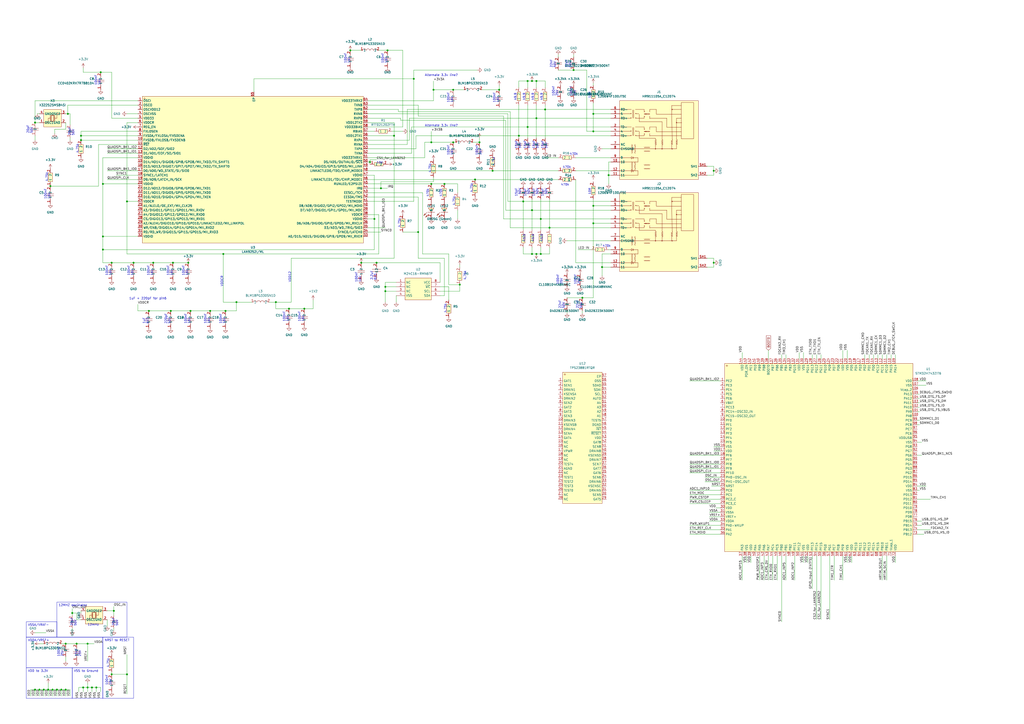
<source format=kicad_sch>
(kicad_sch (version 20230121) (generator eeschema)
  (paper "A2")
  (lib_symbols
    (symbol "easyeda2kicad:0402B153K250NT"
      (property "Reference" "C" (at 0 5.08 0))
      (property "Value" "0402B153K250NT" (at 0 -5.08 0))
      (symbol "0402B153K250NT_0_1"
        (pin unspecified line (at -5.08 0 0) (length 2.54) (name "1") (number "1"))
        (pin unspecified line (at 5.08 0 180) (length 2.54) (name "2") (number "2"))
      )
    )
    (symbol "easyeda2kicad:0402B223K500NT"
      (property "Reference" "C" (at 0 5.08 0))
      (property "Value" "0402B223K500NT" (at 0 -5.08 0))
      (symbol "0402B223K500NT_0_1"
        (pin input line (at -3.81 0 0) (length 2.54) (name "1") (number "1"))
        (pin input line (at 3.81 0 180) (length 2.54) (name "2") (number "2"))
      )
    )
    (symbol "easyeda2kicad:0402CG200J500NT"
      (property "Reference" "C" (at 0 5.08 0))
      (property "Value" "0402CG200J500NT" (at 0 -5.08 0))
      (symbol "0402CG200J500NT_0_1"
        (pin input line (at -3.81 0 0) (length 2.54) (name "1") (number "1"))
        (pin input line (at 3.81 0 180) (length 2.54) (name "2") (number "2"))
      )
    )
    (symbol "easyeda2kicad:0402WGF4700TCE"
      (property "Reference" "R" (at 0 5.08 0))
      (property "Value" "0402WGF4700TCE" (at 0 -5.08 0))
      (symbol "0402WGF4700TCE_0_1"
        (pin input line (at -5.08 0 0) (length 2.54) (name "1") (number "1"))
        (pin input line (at 5.08 0 180) (length 2.54) (name "2") (number "2"))
      )
    )
    (symbol "easyeda2kicad:0805G(Green)"
      (property "Reference" "LED" (at 0 5.08 0))
      (property "Value" "0805G (Green)" (at 0 -5.08 0))
      (symbol "0805G(Green)_0_1"
        (pin unspecified line (at 5.08 0 180) (length 3.81) (name "A") (number "1"))
        (pin unspecified line (at -5.08 0 0) (length 3.81) (name "K") (number "2"))
      )
    )
    (symbol "easyeda2kicad:1206W4F100JT5E"
      (property "Reference" "R" (at 0 5.08 0))
      (property "Value" "1206W4F100JT5E" (at 0 -5.08 0))
      (symbol "1206W4F100JT5E_0_1"
        (pin input line (at -5.08 0 0) (length 2.54) (name "1") (number "1"))
        (pin input line (at 5.08 0 180) (length 2.54) (name "2") (number "2"))
      )
    )
    (symbol "easyeda2kicad:1206W4J0100T5E"
      (property "Reference" "R" (at 0 5.08 0))
      (property "Value" "1206W4J0100T5E" (at 0 -5.08 0))
      (symbol "1206W4J0100T5E_0_1"
        (pin input line (at -5.08 0 0) (length 2.54) (name "1") (number "1"))
        (pin input line (at 5.08 0 180) (length 2.54) (name "2") (number "2"))
      )
    )
    (symbol "easyeda2kicad:BLM18PG330SN1D"
      (property "Reference" "L" (at 0 5.08 0))
      (property "Value" "BLM18PG330SN1D" (at 0 -5.08 0))
      (symbol "BLM18PG330SN1D_0_1"
        (pin unspecified line (at -5.08 0 0) (length 0.762) (name "1") (number "1"))
        (pin unspecified line (at 5.08 0 180) (length 0.762) (name "2") (number "2"))
      )
    )
    (symbol "easyeda2kicad:CC0402KRX7R7BB104"
      (property "Reference" "C" (at 0 5.08 0))
      (property "Value" "CC0402KRX7R7BB104" (at 0 -5.08 0))
      (symbol "CC0402KRX7R7BB104_0_1"
        (pin unspecified line (at -5.08 0 0) (length 2.54) (name "1") (number "1"))
        (pin unspecified line (at 5.08 0 180) (length 2.54) (name "2") (number "2"))
      )
    )
    (symbol "easyeda2kicad:CC0603JRNPO9BN150"
      (property "Reference" "C" (at 0 5.08 0))
      (property "Value" "CC0603JRNPO9BN150" (at 0 -5.08 0))
      (symbol "CC0603JRNPO9BN150_0_1"
        (pin input line (at -3.81 0 0) (length 2.54) (name "1") (number "1"))
        (pin input line (at 3.81 0 180) (length 2.54) (name "2") (number "2"))
      )
    )
    (symbol "easyeda2kicad:CL05A105MQ5NNNC"
      (property "Reference" "C" (at 0 5.08 0))
      (property "Value" "CL05A105MQ5NNNC" (at 0 -5.08 0))
      (symbol "CL05A105MQ5NNNC_0_1"
        (pin unspecified line (at -5.08 0 0) (length 2.54) (name "1") (number "1"))
        (pin unspecified line (at 5.08 0 180) (length 2.54) (name "2") (number "2"))
      )
    )
    (symbol "easyeda2kicad:CL05A225MQ5NSNC"
      (property "Reference" "C" (at 0 5.08 0))
      (property "Value" "CL05A225MQ5NSNC" (at 0 -5.08 0))
      (symbol "CL05A225MQ5NSNC_0_1"
        (pin unspecified line (at -5.08 0 0) (length 2.54) (name "1") (number "1"))
        (pin unspecified line (at 3.81 0 180) (length 2.54) (name "2") (number "2"))
      )
    )
    (symbol "easyeda2kicad:CL10B104KA8NNNC"
      (property "Reference" "C" (at 0 5.08 0))
      (property "Value" "CL10B104KA8NNNC" (at 0 -5.08 0))
      (symbol "CL10B104KA8NNNC_0_1"
        (pin input line (at -3.81 0 0) (length 2.54) (name "1") (number "1"))
        (pin input line (at 3.81 0 180) (length 2.54) (name "2") (number "2"))
      )
    )
    (symbol "easyeda2kicad:GRM1555C1H221JA01D"
      (property "Reference" "C" (at 0 5.08 0))
      (property "Value" "GRM1555C1H221JA01D" (at 0 -5.08 0))
      (symbol "GRM1555C1H221JA01D_0_1"
        (pin unspecified line (at -5.08 0 0) (length 2.54) (name "1") (number "1"))
        (pin unspecified line (at 5.08 0 180) (length 2.54) (name "2") (number "2"))
      )
    )
    (symbol "easyeda2kicad:HR911105A_C12074"
      (property "Reference" "J" (at 0 22.86 0))
      (property "Value" "HR911105A_C12074" (at 0 -25.4 0))
      (symbol "HR911105A_C12074_0_1"
        (pin unspecified line (at -27.94 2.54 0) (length 5.08) (name "TD+") (number "1"))
        (pin unspecified line (at -27.94 -12.7 0) (length 5.08) (name "10") (number "10"))
        (pin unspecified line (at -27.94 -20.32 0) (length 5.08) (name "11") (number "11"))
        (pin unspecified line (at -27.94 -17.78 0) (length 5.08) (name "12") (number "12"))
        (pin unspecified line (at -27.94 7.62 0) (length 5.08) (name "TD-") (number "2"))
        (pin unspecified line (at -27.94 12.7 0) (length 5.08) (name "RD+") (number "3"))
        (pin unspecified line (at -27.94 5.08 0) (length 5.08) (name "4") (number "4"))
        (pin unspecified line (at -27.94 15.24 0) (length 5.08) (name "5") (number "5"))
        (pin unspecified line (at -27.94 17.78 0) (length 5.08) (name "RD-") (number "6"))
        (pin unspecified line (at -27.94 -2.54 0) (length 5.08) (name "NC") (number "7"))
        (pin unspecified line (at -27.94 -5.08 0) (length 5.08) (name "CHSGND") (number "8"))
        (pin unspecified line (at -27.94 -10.16 0) (length 5.08) (name "9") (number "9"))
        (pin unspecified line (at 27.94 -15.24 180) (length 5.08) (name "SH1") (number "SH1"))
        (pin unspecified line (at 27.94 -20.32 180) (length 5.08) (name "SH2") (number "SH2"))
      )
    )
    (symbol "easyeda2kicad:LAN9252I_ML"
      (property "Reference" "U" (at 0 50.8 0))
      (property "Value" "LAN9252I/ML" (at 0 -43.18 0))
      (symbol "LAN9252I_ML_0_1"
        (pin unspecified line (at -67.31 40.64 0) (length 2.54) (name "OSCI") (number "1"))
        (pin unspecified line (at -67.31 17.78 0) (length 2.54) (name "FXSDB/FXLOSB/FXSDENB") (number "10"))
        (pin unspecified line (at -67.31 15.24 0) (length 2.54) (name "~{RST}") (number "11"))
        (pin unspecified line (at -67.31 12.7 0) (length 2.54) (name "D2/AD2/SOF/SIO2") (number "12"))
        (pin unspecified line (at -67.31 10.16 0) (length 2.54) (name "D1/AD1/EOF/SO/SIO1") (number "13"))
        (pin unspecified line (at -67.31 7.62 0) (length 2.54) (name "VDDIO") (number "14"))
        (pin unspecified line (at -67.31 5.08 0) (length 2.54) (name "D14/AD14/DIGIO8/GPI8/GPO8/MII_TXD3/TX_SHIFT1") (number "15"))
        (pin unspecified line (at -67.31 2.54 0) (length 2.54) (name "D13/AD13/DIGIO7/GPI7/GPO7/MII_TXD2/TX_SHIFT0") (number "16"))
        (pin unspecified line (at -67.31 0 0) (length 2.54) (name "D0/AD0/WD_STATE/SI/SIO0") (number "17"))
        (pin unspecified line (at -67.31 -2.54 0) (length 2.54) (name "SYNC1/LATCH1") (number "18"))
        (pin unspecified line (at -67.31 -5.08 0) (length 2.54) (name "D9/AD9/LATCH_IN/SCK") (number "19"))
        (pin unspecified line (at -67.31 38.1 0) (length 2.54) (name "OSCO") (number "2"))
        (pin unspecified line (at -67.31 -7.62 0) (length 2.54) (name "VDDIO") (number "20"))
        (pin unspecified line (at -67.31 -10.16 0) (length 2.54) (name "D12/AD12/DIGIO6/GPI6/GPO6/MII_TXD1") (number "21"))
        (pin unspecified line (at -67.31 -12.7 0) (length 2.54) (name "D11/AD11/DIGIO5/GPI5/GPO5/MII_TXD0") (number "22"))
        (pin unspecified line (at -67.31 -15.24 0) (length 2.54) (name "D10/AD10/DIGIO4/GPI4/GPO4/MII_TXEN") (number "23"))
        (pin unspecified line (at -67.31 -17.78 0) (length 2.54) (name "VDDCR") (number "24"))
        (pin unspecified line (at -67.31 -20.32 0) (length 2.54) (name "A1/ALELO/OE_EXT/MII_CLK25") (number "25"))
        (pin unspecified line (at -67.31 -22.86 0) (length 2.54) (name "A3/DIGIO11/GPI11/GPO11/MII_RXDV") (number "26"))
        (pin unspecified line (at -67.31 -25.4 0) (length 2.54) (name "A4/DIGIO12/GPI12/GPO12/MII_RXD0") (number "27"))
        (pin unspecified line (at -67.31 -27.94 0) (length 2.54) (name "CS/DIGIO13/GPI13/GPO13/MII_RXD1") (number "28"))
        (pin unspecified line (at -67.31 -30.48 0) (length 2.54) (name "A2/ALEHI/DIGIO10/GPI10/GPO10/LINKACTLED2/MII_LINKPOL") (number "29"))
        (pin unspecified line (at -67.31 35.56 0) (length 2.54) (name "OSCVDD12") (number "3"))
        (pin unspecified line (at -67.31 -33.02 0) (length 2.54) (name "WR/ENB/DIGIO14/GPI14/GPO14/MII_RXD2") (number "30"))
        (pin unspecified line (at -67.31 -35.56 0) (length 2.54) (name "RD/RD_WR/DIGIO15/GPI15/GPO15/MII_RXD3") (number "31"))
        (pin unspecified line (at -67.31 -38.1 0) (length 2.54) (name "VDDIO") (number "32"))
        (pin unspecified line (at 66.04 -38.1 180) (length 2.54) (name "A0/D15/AD15/DIGIO9/GPI9/GPO9/MII_RXER") (number "33"))
        (pin unspecified line (at 66.04 -35.56 180) (length 2.54) (name "SYNC0/LATCH0") (number "34"))
        (pin unspecified line (at 66.04 -33.02 180) (length 2.54) (name "D3/AD3/WD_TRIG/SIO3") (number "35"))
        (pin unspecified line (at 66.04 -30.48 180) (length 2.54) (name "D6/AD6/DIGIO0/GPI0/GPO0/MII_RXCLK") (number "36"))
        (pin unspecified line (at 66.04 -27.94 180) (length 2.54) (name "VDDIO") (number "37"))
        (pin unspecified line (at 66.04 -25.4 180) (length 2.54) (name "VDDCR") (number "38"))
        (pin unspecified line (at 66.04 -22.86 180) (length 2.54) (name "D7/AD7/DIGIO1/GPI1/GPO1/MII_MDC") (number "39"))
        (pin unspecified line (at -67.31 33.02 0) (length 2.54) (name "OSCVSS") (number "4"))
        (pin unspecified line (at 66.04 -20.32 180) (length 2.54) (name "D8/AD8/DIGIO2/GPI2/GPO2/MII_MDIO") (number "40"))
        (pin unspecified line (at 66.04 -17.78 180) (length 2.54) (name "TESTMODE") (number "41"))
        (pin unspecified line (at 66.04 -15.24 180) (length 2.54) (name "EESDA/TMS") (number "42"))
        (pin unspecified line (at 66.04 -12.7 180) (length 2.54) (name "EESCL/TCK") (number "43"))
        (pin unspecified line (at 66.04 -10.16 180) (length 2.54) (name "IRQ") (number "44"))
        (pin unspecified line (at 66.04 -7.62 180) (length 2.54) (name "RUNLED/E2PSIZE") (number "45"))
        (pin unspecified line (at 66.04 -5.08 180) (length 2.54) (name "LINKACTLED1/TDI/CHIP_MODE1") (number "46"))
        (pin unspecified line (at 66.04 -2.54 180) (length 2.54) (name "VDDIO") (number "47"))
        (pin unspecified line (at 66.04 0 180) (length 2.54) (name "LINKACTLED0/TDO/CHIP_MODE0") (number "48"))
        (pin unspecified line (at 66.04 2.54 180) (length 2.54) (name "D4/AD4/DIGIO3/GPI3/GPO3/MII_LINK") (number "49"))
        (pin unspecified line (at -67.31 30.48 0) (length 2.54) (name "VDD33") (number "5"))
        (pin unspecified line (at 66.04 5.08 180) (length 2.54) (name "D5/AD5/OUTVALID/~{SCS}") (number "50"))
        (pin unspecified line (at 66.04 7.62 180) (length 2.54) (name "VDD33TXRX1") (number "51"))
        (pin unspecified line (at 66.04 10.16 180) (length 2.54) (name "TXNA") (number "52"))
        (pin unspecified line (at 66.04 12.7 180) (length 2.54) (name "TXPA") (number "53"))
        (pin unspecified line (at 66.04 15.24 180) (length 2.54) (name "RXNA") (number "54"))
        (pin unspecified line (at 66.04 17.78 180) (length 2.54) (name "RXPA") (number "55"))
        (pin unspecified line (at 66.04 20.32 180) (length 2.54) (name "VDD12TX1") (number "56"))
        (pin unspecified line (at 66.04 22.86 180) (length 2.54) (name "RBIAS") (number "57"))
        (pin unspecified line (at 66.04 25.4 180) (length 2.54) (name "VDD33BIAS") (number "58"))
        (pin unspecified line (at 66.04 27.94 180) (length 2.54) (name "VDD12TX2") (number "59"))
        (pin unspecified line (at -67.31 27.94 0) (length 2.54) (name "VDDCR") (number "6"))
        (pin unspecified line (at 66.04 30.48 180) (length 2.54) (name "RXPB") (number "60"))
        (pin unspecified line (at 66.04 33.02 180) (length 2.54) (name "RXNB") (number "61"))
        (pin unspecified line (at 66.04 35.56 180) (length 2.54) (name "TXPB") (number "62"))
        (pin unspecified line (at 66.04 38.1 180) (length 2.54) (name "TXNB") (number "63"))
        (pin unspecified line (at 66.04 40.64 180) (length 2.54) (name "VDD33TXRX2") (number "64"))
        (pin unspecified line (at 0 45.72 270) (length 2.54) (name "EP") (number "65"))
        (pin unspecified line (at -67.31 25.4 0) (length 2.54) (name "REG_EN") (number "7"))
        (pin unspecified line (at -67.31 22.86 0) (length 2.54) (name "FXLOSEN") (number "8"))
        (pin unspecified line (at -67.31 20.32 0) (length 2.54) (name "FXSDA/FXLOSA/FXSDENA") (number "9"))
      )
    )
    (symbol "easyeda2kicad:M24C16-RMN6TP"
      (property "Reference" "U" (at 0 8.89 0))
      (property "Value" "M24C16-RMN6TP" (at 0 -8.89 0))
      (symbol "M24C16-RMN6TP_0_1"
        (pin unspecified line (at -12.7 3.81 0) (length 5.08) (name "NC") (number "1"))
        (pin unspecified line (at -12.7 1.27 0) (length 5.08) (name "NC") (number "2"))
        (pin unspecified line (at -12.7 -1.27 0) (length 5.08) (name "NC") (number "3"))
        (pin unspecified line (at -12.7 -3.81 0) (length 5.08) (name "VSS") (number "4"))
        (pin unspecified line (at 12.7 -3.81 180) (length 5.08) (name "SDA") (number "5"))
        (pin unspecified line (at 12.7 -1.27 180) (length 5.08) (name "SCL") (number "6"))
        (pin unspecified line (at 12.7 1.27 180) (length 5.08) (name "~{WC}") (number "7"))
        (pin unspecified line (at 12.7 3.81 180) (length 5.08) (name "VCC") (number "8"))
      )
    )
    (symbol "easyeda2kicad:MELF-MFR02041_4WS49.9KΩFT50"
      (property "Reference" "U" (at 0 5.08 0))
      (property "Value" "MELF-MFR02041/4WS49.9KΩFT50" (at 0 -5.08 0))
      (symbol "MELF-MFR02041_4WS49.9KΩFT50_0_1"
        (pin unspecified line (at -5.08 0 0) (length 2.54) (name "1") (number "1"))
        (pin unspecified line (at 5.08 0 180) (length 2.54) (name "2") (number "2"))
      )
    )
    (symbol "easyeda2kicad:RC0402FR-074R75L"
      (property "Reference" "R" (at 0 5.08 0))
      (property "Value" "RC0402FR-074R75L" (at 0 -5.08 0))
      (symbol "RC0402FR-074R75L_0_1"
        (pin unspecified line (at -5.08 0 0) (length 2.54) (name "1") (number "1"))
        (pin unspecified line (at 5.08 0 180) (length 2.54) (name "2") (number "2"))
      )
    )
    (symbol "easyeda2kicad:RTT021202FTH"
      (property "Reference" "R" (at 0 5.08 0))
      (property "Value" "RTT021202FTH" (at 0 -5.08 0))
      (symbol "RTT021202FTH_0_1"
        (pin input line (at -5.08 0 0) (length 2.54) (name "1") (number "1"))
        (pin input line (at 5.08 0 180) (length 2.54) (name "2") (number "2"))
      )
    )
    (symbol "easyeda2kicad:STM32H743ZIT6"
      (property "Reference" "U" (at 0 62.23 0))
      (property "Value" "STM32H743ZIT6" (at 0 -62.23 0))
      (symbol "STM32H743ZIT6_0_1"
        (pin unspecified line (at -57.15 44.45 0) (length 2.54) (name "PE2") (number "1"))
        (pin unspecified line (at -57.15 21.59 0) (length 2.54) (name "PF0") (number "10"))
        (pin unspecified line (at 57.15 24.13 180) (length 2.54) (name "PA8") (number "100"))
        (pin unspecified line (at 57.15 26.67 180) (length 2.54) (name "PA9") (number "101"))
        (pin unspecified line (at 57.15 29.21 180) (length 2.54) (name "PA10") (number "102"))
        (pin unspecified line (at 57.15 31.75 180) (length 2.54) (name "PA11") (number "103"))
        (pin unspecified line (at 57.15 34.29 180) (length 2.54) (name "PA12") (number "104"))
        (pin unspecified line (at 57.15 36.83 180) (length 2.54) (name "PA13") (number "105"))
        (pin unspecified line (at 57.15 39.37 180) (length 2.54) (name "Vcap_2") (number "106"))
        (pin unspecified line (at 57.15 41.91 180) (length 2.54) (name "VSS") (number "107"))
        (pin unspecified line (at 57.15 44.45 180) (length 2.54) (name "VDD") (number "108"))
        (pin unspecified line (at 44.45 57.15 270) (length 2.54) (name "PA14") (number "109"))
        (pin unspecified line (at -57.15 19.05 0) (length 2.54) (name "PF1") (number "11"))
        (pin unspecified line (at 41.91 57.15 270) (length 2.54) (name "PA15") (number "110"))
        (pin unspecified line (at 39.37 57.15 270) (length 2.54) (name "PC10") (number "111"))
        (pin unspecified line (at 36.83 57.15 270) (length 2.54) (name "PC11") (number "112"))
        (pin unspecified line (at 34.29 57.15 270) (length 2.54) (name "PC12") (number "113"))
        (pin unspecified line (at 31.75 57.15 270) (length 2.54) (name "PD0") (number "114"))
        (pin unspecified line (at 29.21 57.15 270) (length 2.54) (name "PD1") (number "115"))
        (pin unspecified line (at 26.67 57.15 270) (length 2.54) (name "PD2") (number "116"))
        (pin unspecified line (at 24.13 57.15 270) (length 2.54) (name "PD3") (number "117"))
        (pin unspecified line (at 21.59 57.15 270) (length 2.54) (name "PD4") (number "118"))
        (pin unspecified line (at 19.05 57.15 270) (length 2.54) (name "PD5") (number "119"))
        (pin unspecified line (at -57.15 16.51 0) (length 2.54) (name "PF2") (number "12"))
        (pin unspecified line (at 16.51 57.15 270) (length 2.54) (name "VSS") (number "120"))
        (pin unspecified line (at 13.97 57.15 270) (length 2.54) (name "VDD") (number "121"))
        (pin unspecified line (at 11.43 57.15 270) (length 2.54) (name "PD6") (number "122"))
        (pin unspecified line (at 8.89 57.15 270) (length 2.54) (name "PD7") (number "123"))
        (pin unspecified line (at 6.35 57.15 270) (length 2.54) (name "PG9") (number "124"))
        (pin unspecified line (at 3.81 57.15 270) (length 2.54) (name "PG10") (number "125"))
        (pin unspecified line (at 1.27 57.15 270) (length 2.54) (name "PG11") (number "126"))
        (pin unspecified line (at -1.27 57.15 270) (length 2.54) (name "PG12") (number "127"))
        (pin unspecified line (at -3.81 57.15 270) (length 2.54) (name "PG13") (number "128"))
        (pin unspecified line (at -6.35 57.15 270) (length 2.54) (name "PG14") (number "129"))
        (pin unspecified line (at -57.15 13.97 0) (length 2.54) (name "PF3") (number "13"))
        (pin unspecified line (at -8.89 57.15 270) (length 2.54) (name "VSS") (number "130"))
        (pin unspecified line (at -11.43 57.15 270) (length 2.54) (name "VDD") (number "131"))
        (pin unspecified line (at -13.97 57.15 270) (length 2.54) (name "PG15") (number "132"))
        (pin unspecified line (at -16.51 57.15 270) (length 2.54) (name "PB3") (number "133"))
        (pin unspecified line (at -19.05 57.15 270) (length 2.54) (name "PB4") (number "134"))
        (pin unspecified line (at -21.59 57.15 270) (length 2.54) (name "PB5") (number "135"))
        (pin unspecified line (at -24.13 57.15 270) (length 2.54) (name "PB6") (number "136"))
        (pin unspecified line (at -26.67 57.15 270) (length 2.54) (name "PB7") (number "137"))
        (pin unspecified line (at -29.21 57.15 270) (length 2.54) (name "BOOT0") (number "138"))
        (pin unspecified line (at -31.75 57.15 270) (length 2.54) (name "PB8") (number "139"))
        (pin unspecified line (at -57.15 11.43 0) (length 2.54) (name "PF4") (number "14"))
        (pin unspecified line (at -34.29 57.15 270) (length 2.54) (name "PB9") (number "140"))
        (pin unspecified line (at -36.83 57.15 270) (length 2.54) (name "PE0") (number "141"))
        (pin unspecified line (at -39.37 57.15 270) (length 2.54) (name "PE1") (number "142"))
        (pin unspecified line (at -41.91 57.15 270) (length 2.54) (name "PDR_ON") (number "143"))
        (pin unspecified line (at -44.45 57.15 270) (length 2.54) (name "VDD") (number "144"))
        (pin unspecified line (at -57.15 8.89 0) (length 2.54) (name "PF5") (number "15"))
        (pin unspecified line (at -57.15 6.35 0) (length 2.54) (name "VSS") (number "16"))
        (pin unspecified line (at -57.15 3.81 0) (length 2.54) (name "VDD") (number "17"))
        (pin unspecified line (at -57.15 1.27 0) (length 2.54) (name "PF6") (number "18"))
        (pin unspecified line (at -57.15 -1.27 0) (length 2.54) (name "PF7") (number "19"))
        (pin unspecified line (at -57.15 41.91 0) (length 2.54) (name "PE3") (number "2"))
        (pin unspecified line (at -57.15 -3.81 0) (length 2.54) (name "PF8") (number "20"))
        (pin unspecified line (at -57.15 -6.35 0) (length 2.54) (name "PF9") (number "21"))
        (pin unspecified line (at -57.15 -8.89 0) (length 2.54) (name "PF10") (number "22"))
        (pin unspecified line (at -57.15 -11.43 0) (length 2.54) (name "PH0-OSC_IN") (number "23"))
        (pin unspecified line (at -57.15 -13.97 0) (length 2.54) (name "PH1-OSC_OUT") (number "24"))
        (pin unspecified line (at -57.15 -16.51 0) (length 2.54) (name "NRST") (number "25"))
        (pin unspecified line (at -57.15 -19.05 0) (length 2.54) (name "PC0") (number "26"))
        (pin unspecified line (at -57.15 -21.59 0) (length 2.54) (name "PC1") (number "27"))
        (pin unspecified line (at -57.15 -24.13 0) (length 2.54) (name "PC2_C") (number "28"))
        (pin unspecified line (at -57.15 -26.67 0) (length 2.54) (name "PC3_C") (number "29"))
        (pin unspecified line (at -57.15 39.37 0) (length 2.54) (name "PE4") (number "3"))
        (pin unspecified line (at -57.15 -29.21 0) (length 2.54) (name "VDD") (number "30"))
        (pin unspecified line (at -57.15 -31.75 0) (length 2.54) (name "VSSA") (number "31"))
        (pin unspecified line (at -57.15 -34.29 0) (length 2.54) (name "VREF+") (number "32"))
        (pin unspecified line (at -57.15 -36.83 0) (length 2.54) (name "VDDA") (number "33"))
        (pin unspecified line (at -57.15 -39.37 0) (length 2.54) (name "PA0-WKUP") (number "34"))
        (pin unspecified line (at -57.15 -41.91 0) (length 2.54) (name "PA1") (number "35"))
        (pin unspecified line (at -57.15 -44.45 0) (length 2.54) (name "PA2") (number "36"))
        (pin unspecified line (at -44.45 -57.15 90) (length 2.54) (name "PA3") (number "37"))
        (pin unspecified line (at -41.91 -57.15 90) (length 2.54) (name "VSS") (number "38"))
        (pin unspecified line (at -39.37 -57.15 90) (length 2.54) (name "VDD") (number "39"))
        (pin unspecified line (at -57.15 36.83 0) (length 2.54) (name "PE5") (number "4"))
        (pin unspecified line (at -36.83 -57.15 90) (length 2.54) (name "PA4") (number "40"))
        (pin unspecified line (at -34.29 -57.15 90) (length 2.54) (name "PA5") (number "41"))
        (pin unspecified line (at -31.75 -57.15 90) (length 2.54) (name "PA6") (number "42"))
        (pin unspecified line (at -29.21 -57.15 90) (length 2.54) (name "PA7") (number "43"))
        (pin unspecified line (at -26.67 -57.15 90) (length 2.54) (name "PC4") (number "44"))
        (pin unspecified line (at -24.13 -57.15 90) (length 2.54) (name "PC5") (number "45"))
        (pin unspecified line (at -21.59 -57.15 90) (length 2.54) (name "PB0") (number "46"))
        (pin unspecified line (at -19.05 -57.15 90) (length 2.54) (name "PB1") (number "47"))
        (pin unspecified line (at -16.51 -57.15 90) (length 2.54) (name "PB2") (number "48"))
        (pin unspecified line (at -13.97 -57.15 90) (length 2.54) (name "PF11") (number "49"))
        (pin unspecified line (at -57.15 34.29 0) (length 2.54) (name "PE6") (number "5"))
        (pin unspecified line (at -11.43 -57.15 90) (length 2.54) (name "PF12") (number "50"))
        (pin unspecified line (at -8.89 -57.15 90) (length 2.54) (name "VSS") (number "51"))
        (pin unspecified line (at -6.35 -57.15 90) (length 2.54) (name "VDD") (number "52"))
        (pin unspecified line (at -3.81 -57.15 90) (length 2.54) (name "PF13") (number "53"))
        (pin unspecified line (at -1.27 -57.15 90) (length 2.54) (name "PF14") (number "54"))
        (pin unspecified line (at 1.27 -57.15 90) (length 2.54) (name "PF15") (number "55"))
        (pin unspecified line (at 3.81 -57.15 90) (length 2.54) (name "PG0") (number "56"))
        (pin unspecified line (at 6.35 -57.15 90) (length 2.54) (name "PG1") (number "57"))
        (pin unspecified line (at 8.89 -57.15 90) (length 2.54) (name "PE7") (number "58"))
        (pin unspecified line (at 11.43 -57.15 90) (length 2.54) (name "PE8") (number "59"))
        (pin unspecified line (at -57.15 31.75 0) (length 2.54) (name "VBAT") (number "6"))
        (pin unspecified line (at 13.97 -57.15 90) (length 2.54) (name "PE9") (number "60"))
        (pin unspecified line (at 16.51 -57.15 90) (length 2.54) (name "VSS") (number "61"))
        (pin unspecified line (at 19.05 -57.15 90) (length 2.54) (name "VDD") (number "62"))
        (pin unspecified line (at 21.59 -57.15 90) (length 2.54) (name "PE10") (number "63"))
        (pin unspecified line (at 24.13 -57.15 90) (length 2.54) (name "PE11") (number "64"))
        (pin unspecified line (at 26.67 -57.15 90) (length 2.54) (name "PE12") (number "65"))
        (pin unspecified line (at 29.21 -57.15 90) (length 2.54) (name "PE13") (number "66"))
        (pin unspecified line (at 31.75 -57.15 90) (length 2.54) (name "PE14") (number "67"))
        (pin unspecified line (at 34.29 -57.15 90) (length 2.54) (name "PE15") (number "68"))
        (pin unspecified line (at 36.83 -57.15 90) (length 2.54) (name "PB10") (number "69"))
        (pin unspecified line (at -57.15 29.21 0) (length 2.54) (name "PC13") (number "7"))
        (pin unspecified line (at 39.37 -57.15 90) (length 2.54) (name "PB11") (number "70"))
        (pin unspecified line (at 41.91 -57.15 90) (length 2.54) (name "Vcap_1") (number "71"))
        (pin unspecified line (at 44.45 -57.15 90) (length 2.54) (name "VDD") (number "72"))
        (pin unspecified line (at 57.15 -44.45 180) (length 2.54) (name "PB12") (number "73"))
        (pin unspecified line (at 57.15 -41.91 180) (length 2.54) (name "PB13") (number "74"))
        (pin unspecified line (at 57.15 -39.37 180) (length 2.54) (name "PB14") (number "75"))
        (pin unspecified line (at 57.15 -36.83 180) (length 2.54) (name "PB15") (number "76"))
        (pin unspecified line (at 57.15 -34.29 180) (length 2.54) (name "PD8") (number "77"))
        (pin unspecified line (at 57.15 -31.75 180) (length 2.54) (name "PD9") (number "78"))
        (pin unspecified line (at 57.15 -29.21 180) (length 2.54) (name "PD10") (number "79"))
        (pin unspecified line (at -57.15 26.67 0) (length 2.54) (name "PC14-OSC32_IN") (number "8"))
        (pin unspecified line (at 57.15 -26.67 180) (length 2.54) (name "PD11") (number "80"))
        (pin unspecified line (at 57.15 -24.13 180) (length 2.54) (name "PD12") (number "81"))
        (pin unspecified line (at 57.15 -21.59 180) (length 2.54) (name "PD13") (number "82"))
        (pin unspecified line (at 57.15 -19.05 180) (length 2.54) (name "VSS") (number "83"))
        (pin unspecified line (at 57.15 -16.51 180) (length 2.54) (name "VDD") (number "84"))
        (pin unspecified line (at 57.15 -13.97 180) (length 2.54) (name "PD14") (number "85"))
        (pin unspecified line (at 57.15 -11.43 180) (length 2.54) (name "PD15") (number "86"))
        (pin unspecified line (at 57.15 -8.89 180) (length 2.54) (name "PG2") (number "87"))
        (pin unspecified line (at 57.15 -6.35 180) (length 2.54) (name "PG3") (number "88"))
        (pin unspecified line (at 57.15 -3.81 180) (length 2.54) (name "PG4") (number "89"))
        (pin unspecified line (at -57.15 24.13 0) (length 2.54) (name "PC15-OSC32_OUT") (number "9"))
        (pin unspecified line (at 57.15 -1.27 180) (length 2.54) (name "PG5") (number "90"))
        (pin unspecified line (at 57.15 1.27 180) (length 2.54) (name "PG6") (number "91"))
        (pin unspecified line (at 57.15 3.81 180) (length 2.54) (name "PG7") (number "92"))
        (pin unspecified line (at 57.15 6.35 180) (length 2.54) (name "PG8") (number "93"))
        (pin unspecified line (at 57.15 8.89 180) (length 2.54) (name "VSS") (number "94"))
        (pin unspecified line (at 57.15 11.43 180) (length 2.54) (name "VDDUSB") (number "95"))
        (pin unspecified line (at 57.15 13.97 180) (length 2.54) (name "PC6") (number "96"))
        (pin unspecified line (at 57.15 16.51 180) (length 2.54) (name "PC7") (number "97"))
        (pin unspecified line (at 57.15 19.05 180) (length 2.54) (name "PC8") (number "98"))
        (pin unspecified line (at 57.15 21.59 180) (length 2.54) (name "PC9") (number "99"))
      )
    )
    (symbol "easyeda2kicad:TPS23881RTQR"
      (property "Reference" "U" (at 0 40.64 0))
      (property "Value" "TPS23881RTQR" (at 0 -40.64 0))
      (symbol "TPS23881RTQR_0_1"
        (pin unspecified line (at -13.97 33.02 0) (length 2.54) (name "GAT1") (number "1"))
        (pin unspecified line (at -13.97 10.16 0) (length 2.54) (name "DRAIN3") (number "10"))
        (pin unspecified line (at -13.97 7.62 0) (length 2.54) (name "KSENSB") (number "11"))
        (pin unspecified line (at -13.97 5.08 0) (length 2.54) (name "DRAIN4") (number "12"))
        (pin unspecified line (at -13.97 2.54 0) (length 2.54) (name "SEN4") (number "13"))
        (pin unspecified line (at -13.97 0 0) (length 2.54) (name "GAT4") (number "14"))
        (pin unspecified line (at -13.97 -2.54 0) (length 2.54) (name "NC") (number "15"))
        (pin unspecified line (at -13.97 -5.08 0) (length 2.54) (name "NC") (number "16"))
        (pin unspecified line (at -13.97 -7.62 0) (length 2.54) (name "VPWR") (number "17"))
        (pin unspecified line (at -13.97 -10.16 0) (length 2.54) (name "NC") (number "18"))
        (pin unspecified line (at -13.97 -12.7 0) (length 2.54) (name "NC") (number "19"))
        (pin unspecified line (at -13.97 30.48 0) (length 2.54) (name "SEN1") (number "2"))
        (pin unspecified line (at -13.97 -15.24 0) (length 2.54) (name "TEST4") (number "20"))
        (pin unspecified line (at -13.97 -17.78 0) (length 2.54) (name "AGND") (number "21"))
        (pin unspecified line (at -13.97 -20.32 0) (length 2.54) (name "NC") (number "22"))
        (pin unspecified line (at -13.97 -22.86 0) (length 2.54) (name "TEST1") (number "23"))
        (pin unspecified line (at -13.97 -25.4 0) (length 2.54) (name "TEST2") (number "24"))
        (pin unspecified line (at -13.97 -27.94 0) (length 2.54) (name "TEST3") (number "25"))
        (pin unspecified line (at -13.97 -30.48 0) (length 2.54) (name "TEST0") (number "26"))
        (pin unspecified line (at -13.97 -33.02 0) (length 2.54) (name "NC") (number "27"))
        (pin unspecified line (at -13.97 -35.56 0) (length 2.54) (name "NC") (number "28"))
        (pin unspecified line (at 13.97 -35.56 180) (length 2.54) (name "GAT5") (number "29"))
        (pin unspecified line (at -13.97 27.94 0) (length 2.54) (name "DRAIN1") (number "3"))
        (pin unspecified line (at 13.97 -33.02 180) (length 2.54) (name "SEN5") (number "30"))
        (pin unspecified line (at 13.97 -30.48 180) (length 2.54) (name "DRAIN5") (number "31"))
        (pin unspecified line (at 13.97 -27.94 180) (length 2.54) (name "KSENSC") (number "32"))
        (pin unspecified line (at 13.97 -25.4 180) (length 2.54) (name "DRAIN6") (number "33"))
        (pin unspecified line (at 13.97 -22.86 180) (length 2.54) (name "SEN6") (number "34"))
        (pin unspecified line (at 13.97 -20.32 180) (length 2.54) (name "GAT6") (number "35"))
        (pin unspecified line (at 13.97 -17.78 180) (length 2.54) (name "GAT7") (number "36"))
        (pin unspecified line (at 13.97 -15.24 180) (length 2.54) (name "SEN7") (number "37"))
        (pin unspecified line (at 13.97 -12.7 180) (length 2.54) (name "DRAIN7") (number "38"))
        (pin unspecified line (at 13.97 -10.16 180) (length 2.54) (name "KSENSD") (number "39"))
        (pin unspecified line (at -13.97 25.4 0) (length 2.54) (name "KSENSA") (number "4"))
        (pin unspecified line (at 13.97 -7.62 180) (length 2.54) (name "DRAIN8") (number "40"))
        (pin unspecified line (at 13.97 -5.08 180) (length 2.54) (name "SEN8") (number "41"))
        (pin unspecified line (at 13.97 -2.54 180) (length 2.54) (name "GAT8") (number "42"))
        (pin unspecified line (at 13.97 0 180) (length 2.54) (name "VDD") (number "43"))
        (pin unspecified line (at 13.97 2.54 180) (length 2.54) (name "~{RESET}") (number "44"))
        (pin unspecified line (at 13.97 5.08 180) (length 2.54) (name "~{INT}") (number "45"))
        (pin unspecified line (at 13.97 7.62 180) (length 2.54) (name "DGND") (number "46"))
        (pin unspecified line (at 13.97 10.16 180) (length 2.54) (name "TEST5") (number "47"))
        (pin unspecified line (at 13.97 12.7 180) (length 2.54) (name "A1") (number "48"))
        (pin unspecified line (at 13.97 15.24 180) (length 2.54) (name "A2") (number "49"))
        (pin unspecified line (at -13.97 22.86 0) (length 2.54) (name "DRAIN2") (number "5"))
        (pin unspecified line (at 13.97 17.78 180) (length 2.54) (name "A3") (number "50"))
        (pin unspecified line (at 13.97 20.32 180) (length 2.54) (name "A4") (number "51"))
        (pin unspecified line (at 13.97 22.86 180) (length 2.54) (name "AUTO") (number "52"))
        (pin unspecified line (at 13.97 25.4 180) (length 2.54) (name "SCL") (number "53"))
        (pin unspecified line (at 13.97 27.94 180) (length 2.54) (name "SDAI") (number "54"))
        (pin unspecified line (at 13.97 30.48 180) (length 2.54) (name "SDAO") (number "55"))
        (pin unspecified line (at 13.97 33.02 180) (length 2.54) (name "OSS") (number "56"))
        (pin unspecified line (at 13.97 35.56 180) (length 2.54) (name "EP") (number "57"))
        (pin unspecified line (at -13.97 20.32 0) (length 2.54) (name "SEN2") (number "6"))
        (pin unspecified line (at -13.97 17.78 0) (length 2.54) (name "GAT2") (number "7"))
        (pin unspecified line (at -13.97 15.24 0) (length 2.54) (name "GAT3") (number "8"))
        (pin unspecified line (at -13.97 12.7 0) (length 2.54) (name "SEN3") (number "9"))
      )
    )
    (symbol "easyeda2kicad:X322512MSB4SI"
      (property "Reference" "X" (at 0 7.62 0))
      (property "Value" "X322512MSB4SI" (at 0 -7.62 0))
      (symbol "X322512MSB4SI_0_1"
        (pin unspecified line (at -7.62 -2.54 0) (length 2.54) (name "OSC1") (number "1"))
        (pin unspecified line (at 7.62 -2.54 180) (length 2.54) (name "GND") (number "2"))
        (pin unspecified line (at 7.62 2.54 180) (length 2.54) (name "OSC2") (number "3"))
        (pin unspecified line (at -7.62 2.54 0) (length 2.54) (name "GND") (number "4"))
      )
    )
    (symbol "easyeda2kicad:X322525MSB4SI"
      (property "Reference" "X" (at 0 7.62 0))
      (property "Value" "X322525MSB4SI" (at 0 -7.62 0))
      (symbol "X322525MSB4SI_0_1"
        (pin unspecified line (at -7.62 -2.54 0) (length 2.54) (name "OSC1") (number "1"))
        (pin unspecified line (at 7.62 -2.54 180) (length 2.54) (name "GND") (number "2"))
        (pin unspecified line (at 7.62 2.54 180) (length 2.54) (name "OSC2") (number "3"))
        (pin unspecified line (at -7.62 2.54 0) (length 2.54) (name "GND") (number "4"))
      )
    )
    (symbol "power:+1V2" (power) (pin_names (offset 0))
      (property "Value" "+1V2" (at 0 3.556 0))
      (symbol "+1V2_1_1"
        (pin power_in line (at 0 0 90) (length 0) hide (name "+1V2") (number "1"))
      )
    )
    (symbol "power:+3.3V" (power) (pin_names (offset 0))
      (property "Value" "+3.3V" (at 0 3.556 0))
      (symbol "+3.3V_1_1"
        (pin power_in line (at 0 0 90) (length 0) hide (name "+3.3V") (number "1"))
      )
    )
    (symbol "power:+3.3VA" (power) (pin_names (offset 0))
      (property "Value" "+3.3VA" (at 0 3.556 0))
      (symbol "+3.3VA_1_1"
        (pin power_in line (at 0 0 90) (length 0) hide (name "+3.3VA") (number "1"))
      )
    )
    (symbol "power:GND" (power) (pin_names (offset 0))
      (property "Value" "GND" (at 0 -3.81 0))
      (symbol "GND_1_1"
        (pin power_in line (at 0 0 270) (length 0) hide (name "GND") (number "1"))
      )
    )
  )
  (junction (at 22.86 400.05))
  (junction (at 344.17 76.2))
  (junction (at 48.26 398.78))
  (junction (at 313.69 127))
  (junction (at 88.9 152.4))
  (junction (at 77.47 152.4))
  (junction (at 311.15 68.58))
  (junction (at 167.64 179.07))
  (junction (at 311.15 147.32))
  (junction (at 53.34 398.78))
  (junction (at 223.52 166.37))
  (junction (at 39.37 66.04))
  (junction (at 41.91 355.6))
  (junction (at 109.22 152.4))
  (junction (at 160.02 175.26))
  (junction (at 262.89 82.55))
  (junction (at 66.04 354.33))
  (junction (at 38.1 373.38))
  (junction (at 110.49 180.34))
  (junction (at 59.69 137.16))
  (junction (at 344.17 129.54))
  (junction (at 300.99 78.74))
  (junction (at 262.89 52.07))
  (junction (at 289.56 52.07))
  (junction (at 137.16 175.26))
  (junction (at 218.44 152.4))
  (junction (at 337.82 172.72))
  (junction (at 214.63 93.98))
  (junction (at 250.19 106.68))
  (junction (at 257.81 106.68))
  (junction (at 33.02 400.05))
  (junction (at 318.77 132.08))
  (junction (at 129.54 147.32))
  (junction (at 311.15 46.99))
  (junction (at 59.69 144.78))
  (junction (at 316.23 63.5))
  (junction (at 73.66 391.16))
  (junction (at 176.53 179.07))
  (junction (at 55.88 398.78))
  (junction (at 27.94 400.05))
  (junction (at 308.61 46.99))
  (junction (at 306.07 73.66))
  (junction (at 220.98 109.22))
  (junction (at 100.33 152.4))
  (junction (at 223.52 168.91))
  (junction (at 86.36 180.34))
  (junction (at 414.02 152.4))
  (junction (at 228.6 78.74))
  (junction (at 313.69 147.32))
  (junction (at 217.17 127))
  (junction (at 130.81 180.34))
  (junction (at 64.77 152.4))
  (junction (at 50.8 373.38))
  (junction (at 306.07 46.99))
  (junction (at 285.75 99.06))
  (junction (at 224.79 29.21))
  (junction (at 73.66 116.84))
  (junction (at 203.2 29.21))
  (junction (at 46.99 78.74))
  (junction (at 242.57 134.62))
  (junction (at 50.8 398.78))
  (junction (at 20.32 71.12))
  (junction (at 59.69 106.68))
  (junction (at 303.53 116.84))
  (junction (at 209.55 152.4))
  (junction (at 308.61 147.32))
  (junction (at 25.4 400.05))
  (junction (at 64.77 391.16))
  (junction (at 44.45 373.38))
  (junction (at 344.17 119.38))
  (junction (at 30.48 400.05))
  (junction (at 266.7 165.1))
  (junction (at 250.19 82.55))
  (junction (at 349.25 154.94))
  (junction (at 332.74 40.64))
  (junction (at 99.06 180.34))
  (junction (at 46.99 81.28))
  (junction (at 308.61 121.92))
  (junction (at 353.06 101.6))
  (junction (at 344.17 66.04))
  (junction (at 275.59 104.14))
  (junction (at 121.92 180.34))
  (junction (at 38.1 400.05))
  (junction (at 278.13 82.55))
  (junction (at 20.32 400.05))
  (junction (at 35.56 400.05))
  (junction (at 414.02 99.06))
  (junction (at 58.42 41.91))
  (junction (at 251.46 52.07))
  (junction (at 29.21 107.95))
  (junction (at 240.03 45.72))
  (bus_entry (at 1380.49 44.45) (size 2.54 2.54))
  (wire (pts (xy 415.29 294.64) (xy 417.83 294.64)))
  (wire (pts (xy 311.15 68.58) (xy 237.49 68.58)))
  (wire (pts (xy 213.36 109.22) (xy 220.98 109.22)))
  (wire (pts (xy 354.33 132.08) (xy 318.77 132.08)))
  (wire (pts (xy 514.35 205.74) (xy 514.35 208.28)))
  (wire (pts (xy 349.25 160.02) (xy 349.25 154.94)))
  (wire (pts (xy 506.73 205.74) (xy 506.73 208.28)))
  (wire (pts (xy 292.1 67.31) (xy 242.57 67.31)))
  (wire (pts (xy 316.23 63.5) (xy 316.23 80.01)))
  (wire (pts (xy 532.13 220.98) (xy 537.21 220.98)))
  (wire (pts (xy 328.93 181.61) (xy 328.93 180.34)))
  (wire (pts (xy 335.28 144.78) (xy 342.9 144.78)))
  (wire (pts (xy 110.49 180.34) (xy 121.92 180.34)))
  (wire (pts (xy 59.69 144.78) (xy 217.17 144.78)))
  (wire (pts (xy 532.13 289.56) (xy 539.75 289.56)))
  (wire (pts (xy 354.33 147.32) (xy 349.25 147.32)))
  (wire (pts (xy 35.56 400.05) (xy 35.56 403.86)))
  (wire (pts (xy 160.02 175.26) (xy 156.21 175.26)))
  (wire (pts (xy 313.69 115.57) (xy 313.69 127)))
  (wire (pts (xy 328.93 139.7) (xy 354.33 139.7)))
  (wire (pts (xy 511.81 322.58) (xy 511.81 336.55)))
  (wire (pts (xy 213.36 93.98) (xy 214.63 93.98)))
  (wire (pts (xy 435.61 326.39) (xy 435.61 322.58)))
  (wire (pts (xy 308.61 121.92) (xy 308.61 133.35)))
  (wire (pts (xy 59.69 152.4) (xy 64.77 152.4)))
  (wire (pts (xy 306.07 60.96) (xy 306.07 73.66)))
  (wire (pts (xy 285.75 99.06) (xy 323.85 99.06)))
  (wire (pts (xy 242.57 149.86) (xy 257.81 149.86)))
  (wire (pts (xy 73.66 71.12) (xy 73.66 116.84)))
  (wire (pts (xy 476.25 205.74) (xy 476.25 208.28)))
  (wire (pts (xy 224.79 29.21) (xy 233.68 29.21)))
  (wire (pts (xy 344.17 66.04) (xy 344.17 76.2)))
  (wire (pts (xy 40.64 400.05) (xy 40.64 403.86)))
  (wire (pts (xy 22.86 400.05) (xy 22.86 403.86)))
  (wire (pts (xy 241.3 78.74) (xy 241.3 86.36)))
  (wire (pts (xy 213.36 58.42) (xy 251.46 58.42)))
  (wire (pts (xy 220.98 109.22) (xy 224.79 109.22)))
  (wire (pts (xy 31.75 74.93) (xy 31.75 77.47)))
  (wire (pts (xy 255.27 163.83) (xy 255.27 152.4)))
  (wire (pts (xy 532.13 223.52) (xy 537.21 223.52)))
  (wire (pts (xy 231.14 63.5) (xy 213.36 63.5)))
  (wire (pts (xy 519.43 322.58) (xy 519.43 326.39)))
  (wire (pts (xy 228.6 78.74) (xy 228.6 149.86)))
  (wire (pts (xy 303.53 116.84) (xy 294.64 116.84)))
  (wire (pts (xy 318.77 115.57) (xy 318.77 132.08)))
  (wire (pts (xy 62.23 86.36) (xy 80.01 86.36)))
  (wire (pts (xy 237.49 81.28) (xy 213.36 81.28)))
  (wire (pts (xy 213.36 104.14) (xy 275.59 104.14)))
  (wire (pts (xy 257.81 106.68) (xy 265.43 106.68)))
  (wire (pts (xy 168.91 149.86) (xy 228.6 149.86)))
  (wire (pts (xy 64.77 68.58) (xy 64.77 41.91)))
  (wire (pts (xy 228.6 71.12) (xy 228.6 78.74)))
  (wire (pts (xy 414.02 259.08) (xy 417.83 259.08)))
  (wire (pts (xy 130.81 180.34) (xy 137.16 180.34)))
  (wire (pts (xy 532.13 246.38) (xy 533.4 246.38)))
  (wire (pts (xy 46.99 78.74) (xy 80.01 78.74)))
  (wire (pts (xy 181.61 173.99) (xy 181.61 179.07)))
  (wire (pts (xy 246.38 91.44) (xy 246.38 82.55)))
  (wire (pts (xy 20.32 58.42) (xy 20.32 71.12)))
  (wire (pts (xy 246.38 82.55) (xy 250.19 82.55)))
  (wire (pts (xy 353.06 106.68) (xy 353.06 101.6)))
  (wire (pts (xy 229.87 171.45) (xy 229.87 175.26)))
  (wire (pts (xy 58.42 41.91) (xy 48.26 41.91)))
  (wire (pts (xy 147.32 45.72) (xy 240.03 45.72)))
  (wire (pts (xy 20.32 367.03) (xy 26.67 367.03)))
  (wire (pts (xy 308.61 143.51) (xy 308.61 147.32)))
  (wire (pts (xy 293.37 121.92) (xy 308.61 121.92)))
  (wire (pts (xy 516.89 205.74) (xy 516.89 208.28)))
  (wire (pts (xy 455.93 205.74) (xy 455.93 208.28)))
  (wire (pts (xy 501.65 205.74) (xy 501.65 208.28)))
  (wire (pts (xy 213.36 106.68) (xy 250.19 106.68)))
  (wire (pts (xy 250.19 76.2) (xy 250.19 82.55)))
  (wire (pts (xy 266.7 168.91) (xy 255.27 168.91)))
  (wire (pts (xy 233.68 29.21) (xy 233.68 73.66)))
  (wire (pts (xy 353.06 101.6) (xy 354.33 101.6)))
  (wire (pts (xy 59.69 91.44) (xy 59.69 106.68)))
  (wire (pts (xy 58.42 401.32) (xy 58.42 398.78)))
  (wire (pts (xy 337.82 181.61) (xy 337.82 180.34)))
  (wire (pts (xy 57.15 83.82) (xy 57.15 107.95)))
  (wire (pts (xy 213.36 101.6) (xy 217.17 101.6)))
  (wire (pts (xy 303.53 115.57) (xy 303.53 116.84)))
  (wire (pts (xy 80.01 60.96) (xy 39.37 60.96)))
  (wire (pts (xy 353.06 144.78) (xy 354.33 144.78)))
  (wire (pts (xy 46.99 78.74) (xy 46.99 81.28)))
  (wire (pts (xy 328.93 172.72) (xy 337.82 172.72)))
  (wire (pts (xy 223.52 166.37) (xy 223.52 163.83)))
  (wire (pts (xy 223.52 168.91) (xy 229.87 168.91)))
  (wire (pts (xy 519.43 205.74) (xy 519.43 208.28)))
  (wire (pts (xy 25.4 400.05) (xy 27.94 400.05)))
  (wire (pts (xy 300.99 78.74) (xy 241.3 78.74)))
  (wire (pts (xy 137.16 175.26) (xy 137.16 180.34)))
  (wire (pts (xy 332.74 31.75) (xy 332.74 33.02)))
  (wire (pts (xy 453.39 322.58) (xy 453.39 360.68)))
  (wire (pts (xy 400.05 287.02) (xy 417.83 287.02)))
  (wire (pts (xy 73.66 391.16) (xy 73.66 402.59)))
  (wire (pts (xy 292.1 127) (xy 292.1 67.31)))
  (wire (pts (xy 260.35 165.1) (xy 266.7 165.1)))
  (wire (pts (xy 62.23 104.14) (xy 80.01 104.14)))
  (wire (pts (xy 481.33 322.58) (xy 481.33 359.41)))
  (wire (pts (xy 533.4 238.76) (xy 532.13 238.76)))
  (wire (pts (xy 251.46 46.99) (xy 251.46 52.07)))
  (wire (pts (xy 303.53 147.32) (xy 308.61 147.32)))
  (wire (pts (xy 400.05 307.34) (xy 417.83 307.34)))
  (wire (pts (xy 491.49 326.39) (xy 491.49 322.58)))
  (wire (pts (xy 323.85 40.64) (xy 332.74 40.64)))
  (wire (pts (xy 311.15 46.99) (xy 308.61 46.99)))
  (wire (pts (xy 316.23 63.5) (xy 236.22 63.5)))
  (wire (pts (xy 488.95 322.58) (xy 488.95 336.55)))
  (wire (pts (xy 66.04 354.33) (xy 66.04 356.87)))
  (wire (pts (xy 62.23 88.9) (xy 80.01 88.9)))
  (wire (pts (xy 20.32 400.05) (xy 22.86 400.05)))
  (wire (pts (xy 414.02 101.6) (xy 410.21 101.6)))
  (wire (pts (xy 20.32 78.74) (xy 20.32 81.28)))
  (wire (pts (xy 64.77 391.16) (xy 73.66 391.16)))
  (wire (pts (xy 242.57 67.31) (xy 242.57 60.96)))
  (wire (pts (xy 44.45 355.6) (xy 41.91 355.6)))
  (wire (pts (xy 306.07 46.99) (xy 306.07 50.8)))
  (wire (pts (xy 46.99 359.41) (xy 44.45 359.41)))
  (wire (pts (xy 242.57 149.86) (xy 242.57 134.62)))
  (wire (pts (xy 167.64 179.07) (xy 176.53 179.07)))
  (wire (pts (xy 35.56 373.38) (xy 38.1 373.38)))
  (wire (pts (xy 494.03 322.58) (xy 494.03 326.39)))
  (wire (pts (xy 532.13 243.84) (xy 533.4 243.84)))
  (wire (pts (xy 483.87 322.58) (xy 483.87 336.55)))
  (wire (pts (xy 534.67 256.54) (xy 532.13 256.54)))
  (wire (pts (xy 532.13 231.14) (xy 533.4 231.14)))
  (wire (pts (xy 27.94 396.24) (xy 27.94 400.05)))
  (wire (pts (xy 266.7 154.94) (xy 266.7 153.67)))
  (wire (pts (xy 35.56 400.05) (xy 38.1 400.05)))
  (wire (pts (xy 17.78 400.05) (xy 20.32 400.05)))
  (wire (pts (xy 295.91 132.08) (xy 295.91 64.77)))
  (wire (pts (xy 306.07 73.66) (xy 306.07 80.01)))
  (wire (pts (xy 66.04 365.76) (xy 66.04 364.49)))
  (wire (pts (xy 255.27 166.37) (xy 260.35 166.37)))
  (wire (pts (xy 232.41 68.58) (xy 232.41 69.85)))
  (wire (pts (xy 223.52 168.91) (xy 223.52 175.26)))
  (wire (pts (xy 445.77 203.2) (xy 445.77 208.28)))
  (wire (pts (xy 240.03 116.84) (xy 240.03 45.72)))
  (wire (pts (xy 400.05 269.24) (xy 417.83 269.24)))
  (wire (pts (xy 219.71 124.46) (xy 219.71 147.32)))
  (wire (pts (xy 251.46 52.07) (xy 251.46 58.42)))
  (wire (pts (xy 20.32 400.05) (xy 20.32 403.86)))
  (wire (pts (xy 511.81 205.74) (xy 511.81 208.28)))
  (wire (pts (xy 66.04 351.79) (xy 66.04 354.33)))
  (wire (pts (xy 58.42 398.78) (xy 55.88 398.78)))
  (wire (pts (xy 532.13 302.26) (xy 534.67 302.26)))
  (wire (pts (xy 80.01 91.44) (xy 59.69 91.44)))
  (wire (pts (xy 160.02 179.07) (xy 167.64 179.07)))
  (wire (pts (xy 274.32 82.55) (xy 278.13 82.55)))
  (wire (pts (xy 214.63 93.98) (xy 214.63 95.25)))
  (wire (pts (xy 316.23 91.44) (xy 323.85 91.44)))
  (wire (pts (xy 73.66 147.32) (xy 129.54 147.32)))
  (wire (pts (xy 66.04 354.33) (xy 62.23 354.33)))
  (wire (pts (xy 265.43 121.92) (xy 265.43 127)))
  (wire (pts (xy 463.55 204.47) (xy 463.55 208.28)))
  (wire (pts (xy 62.23 99.06) (xy 80.01 99.06)))
  (wire (pts (xy 73.66 66.04) (xy 80.01 66.04)))
  (wire (pts (xy 294.64 116.84) (xy 294.64 66.04)))
  (wire (pts (xy 316.23 60.96) (xy 316.23 63.5)))
  (wire (pts (xy 417.83 274.32) (xy 400.05 274.32)))
  (wire (pts (xy 38.1 74.93) (xy 38.1 71.12)))
  (wire (pts (xy 50.8 383.54) (xy 50.8 373.38)))
  (wire (pts (xy 59.69 106.68) (xy 80.01 106.68)))
  (wire (pts (xy 223.52 166.37) (xy 223.52 168.91)))
  (wire (pts (xy 33.02 400.05) (xy 35.56 400.05)))
  (wire (pts (xy 129.54 175.26) (xy 129.54 147.32)))
  (wire (pts (xy 260.35 166.37) (xy 260.35 173.99)))
  (wire (pts (xy 349.25 86.36) (xy 354.33 86.36)))
  (wire (pts (xy 80.01 176.53) (xy 80.01 180.34)))
  (wire (pts (xy 257.81 149.86) (xy 257.81 171.45)))
  (wire (pts (xy 455.93 322.58) (xy 455.93 336.55)))
  (wire (pts (xy 279.4 52.07) (xy 289.56 52.07)))
  (wire (pts (xy 227.33 76.2) (xy 233.68 76.2)))
  (wire (pts (xy 514.35 322.58) (xy 514.35 336.55)))
  (wire (pts (xy 262.89 82.55) (xy 264.16 82.55)))
  (wire (pts (xy 262.89 52.07) (xy 269.24 52.07)))
  (wire (pts (xy 473.71 322.58) (xy 473.71 359.41)))
  (wire (pts (xy 39.37 60.96) (xy 39.37 66.04)))
  (wire (pts (xy 100.33 152.4) (xy 109.22 152.4)))
  (wire (pts (xy 308.61 121.92) (xy 354.33 121.92)))
  (wire (pts (xy 532.13 264.16) (xy 534.67 264.16)))
  (wire (pts (xy 236.22 63.5) (xy 236.22 83.82)))
  (wire (pts (xy 466.09 204.47) (xy 466.09 208.28)))
  (wire (pts (xy 223.52 166.37) (xy 229.87 166.37)))
  (wire (pts (xy 414.02 149.86) (xy 410.21 149.86)))
  (wire (pts (xy 238.76 73.66) (xy 238.76 88.9)))
  (wire (pts (xy 55.88 398.78) (xy 55.88 401.32)))
  (wire (pts (xy 41.91 353.06) (xy 41.91 355.6)))
  (wire (pts (xy 38.1 373.38) (xy 44.45 373.38)))
  (wire (pts (xy 213.36 134.62) (xy 220.98 134.62)))
  (wire (pts (xy 453.39 205.74) (xy 453.39 208.28)))
  (wire (pts (xy 251.46 105.41) (xy 251.46 102.87)))
  (wire (pts (xy 411.48 302.26) (xy 417.83 302.26)))
  (wire (pts (xy 236.22 83.82) (xy 213.36 83.82)))
  (wire (pts (xy 532.13 307.34) (xy 539.75 307.34)))
  (wire (pts (xy 411.48 297.18) (xy 417.83 297.18)))
  (wire (pts (xy 318.77 147.32) (xy 318.77 143.51)))
  (wire (pts (xy 217.17 127) (xy 217.17 144.78)))
  (wire (pts (xy 213.36 73.66) (xy 233.68 73.66)))
  (wire (pts (xy 27.94 400.05) (xy 27.94 403.86)))
  (wire (pts (xy 219.71 29.21) (xy 224.79 29.21)))
  (wire (pts (xy 55.88 398.78) (xy 53.34 398.78)))
  (wire (pts (xy 245.11 147.32) (xy 260.35 147.32)))
  (wire (pts (xy 308.61 147.32) (xy 311.15 147.32)))
  (wire (pts (xy 213.36 111.76) (xy 245.11 111.76)))
  (wire (pts (xy 275.59 104.14) (xy 323.85 104.14)))
  (wire (pts (xy 38.1 400.05) (xy 38.1 403.86)))
  (wire (pts (xy 303.53 143.51) (xy 303.53 147.32)))
  (wire (pts (xy 99.06 180.34) (xy 110.49 180.34)))
  (wire (pts (xy 260.35 147.32) (xy 260.35 165.1)))
  (wire (pts (xy 40.64 80.01) (xy 40.64 81.28)))
  (wire (pts (xy 414.02 152.4) (xy 414.02 154.94)))
  (wire (pts (xy 213.36 124.46) (xy 219.71 124.46)))
  (wire (pts (xy 471.17 205.74) (xy 471.17 208.28)))
  (wire (pts (xy 73.66 379.73) (xy 73.66 391.16)))
  (wire (pts (xy 233.68 134.62) (xy 242.57 134.62)))
  (wire (pts (xy 62.23 359.41) (xy 62.23 363.22)))
  (wire (pts (xy 509.27 205.74) (xy 509.27 208.28)))
  (wire (pts (xy 203.2 29.21) (xy 209.55 29.21)))
  (wire (pts (xy 344.17 59.69) (xy 344.17 66.04)))
  (wire (pts (xy 354.33 116.84) (xy 303.53 116.84)))
  (wire (pts (xy 213.36 114.3) (xy 242.57 114.3)))
  (wire (pts (xy 147.32 45.72) (xy 147.32 53.34)))
  (wire (pts (xy 213.36 76.2) (xy 217.17 76.2)))
  (wire (pts (xy 354.33 127) (xy 313.69 127)))
  (wire (pts (xy 344.17 119.38) (xy 354.33 119.38)))
  (wire (pts (xy 220.98 105.41) (xy 251.46 105.41)))
  (wire (pts (xy 44.45 373.38) (xy 50.8 373.38)))
  (wire (pts (xy 289.56 49.53) (xy 289.56 52.07)))
  (wire (pts (xy 354.33 152.4) (xy 334.01 152.4)))
  (wire (pts (xy 400.05 271.78) (xy 417.83 271.78)))
  (wire (pts (xy 30.48 400.05) (xy 33.02 400.05)))
  (wire (pts (xy 344.17 129.54) (xy 344.17 172.72)))
  (wire (pts (xy 25.4 373.38) (xy 22.86 373.38)))
  (wire (pts (xy 129.54 147.32) (xy 219.71 147.32)))
  (wire (pts (xy 349.25 154.94) (xy 354.33 154.94)))
  (wire (pts (xy 504.19 205.74) (xy 504.19 208.28)))
  (wire (pts (xy 400.05 309.88) (xy 417.83 309.88)))
  (wire (pts (xy 213.36 68.58) (xy 232.41 68.58)))
  (wire (pts (xy 313.69 147.32) (xy 313.69 143.51)))
  (wire (pts (xy 250.19 82.55) (xy 262.89 82.55)))
  (wire (pts (xy 408.94 276.86) (xy 417.83 276.86)))
  (wire (pts (xy 532.13 284.48) (xy 533.4 284.48)))
  (wire (pts (xy 300.99 46.99) (xy 300.99 50.8)))
  (wire (pts (xy 334.01 91.44) (xy 354.33 91.44)))
  (wire (pts (xy 278.13 80.01) (xy 278.13 82.55)))
  (wire (pts (xy 318.77 132.08) (xy 295.91 132.08)))
  (wire (pts (xy 414.02 152.4) (xy 414.02 149.86)))
  (wire (pts (xy 80.01 68.58) (xy 64.77 68.58)))
  (wire (pts (xy 354.33 78.74) (xy 300.99 78.74)))
  (wire (pts (xy 411.48 299.72) (xy 417.83 299.72)))
  (wire (pts (xy 80.01 180.34) (xy 86.36 180.34)))
  (wire (pts (xy 450.85 322.58) (xy 450.85 336.55)))
  (wire (pts (xy 242.57 114.3) (xy 242.57 134.62)))
  (wire (pts (xy 50.8 396.24) (xy 50.8 398.78)))
  (wire (pts (xy 22.86 66.04) (xy 21.59 66.04)))
  (wire (pts (xy 88.9 152.4) (xy 100.33 152.4)))
  (wire (pts (xy 38.1 383.54) (xy 38.1 381)))
  (wire (pts (xy 344.17 66.04) (xy 354.33 66.04)))
  (wire (pts (xy 30.48 400.05) (xy 30.48 403.86)))
  (wire (pts (xy 443.23 322.58) (xy 443.23 336.55)))
  (wire (pts (xy 31.75 74.93) (xy 38.1 74.93)))
  (wire (pts (xy 311.15 147.32) (xy 313.69 147.32)))
  (wire (pts (xy 213.36 99.06) (xy 285.75 99.06)))
  (wire (pts (xy 59.69 106.68) (xy 59.69 137.16)))
  (wire (pts (xy 176.53 179.07) (xy 181.61 179.07)))
  (wire (pts (xy 64.77 391.16) (xy 64.77 389.89)))
  (wire (pts (xy 400.05 304.8) (xy 417.83 304.8)))
  (wire (pts (xy 242.57 60.96) (xy 213.36 60.96)))
  (wire (pts (xy 340.36 40.64) (xy 340.36 76.2)))
  (wire (pts (xy 168.91 175.26) (xy 160.02 175.26)))
  (wire (pts (xy 461.01 322.58) (xy 461.01 336.55)))
  (wire (pts (xy 313.69 147.32) (xy 318.77 147.32)))
  (wire (pts (xy 344.17 76.2) (xy 354.33 76.2)))
  (wire (pts (xy 408.94 279.4) (xy 417.83 279.4)))
  (wire (pts (xy 430.53 322.58) (xy 430.53 336.55)))
  (wire (pts (xy 40.64 66.04) (xy 40.64 72.39)))
  (wire (pts (xy 59.69 137.16) (xy 59.69 144.78)))
  (wire (pts (xy 137.16 175.26) (xy 129.54 175.26)))
  (wire (pts (xy 334.01 99.06) (xy 354.33 99.06)))
  (wire (pts (xy 308.61 115.57) (xy 308.61 121.92)))
  (wire (pts (xy 214.63 92.71) (xy 218.44 92.71)))
  (wire (pts (xy 316.23 46.99) (xy 311.15 46.99)))
  (wire (pts (xy 448.31 322.58) (xy 448.31 336.55)))
  (wire (pts (xy 22.86 400.05) (xy 25.4 400.05)))
  (wire (pts (xy 240.03 40.64) (xy 240.03 45.72)))
  (wire (pts (xy 64.77 41.91) (xy 58.42 41.91)))
  (wire (pts (xy 532.13 309.88) (xy 535.94 309.88)))
  (wire (pts (xy 218.44 152.4) (xy 255.27 152.4)))
  (wire (pts (xy 41.91 355.6) (xy 41.91 356.87)))
  (wire (pts (xy 257.81 171.45) (xy 255.27 171.45)))
  (wire (pts (xy 231.14 64.77) (xy 231.14 63.5)))
  (wire (pts (xy 306.07 46.99) (xy 300.99 46.99)))
  (wire (pts (xy 400.05 284.48) (xy 417.83 284.48)))
  (wire (pts (xy 25.4 400.05) (xy 25.4 403.86)))
  (wire (pts (xy 313.69 127) (xy 313.69 133.35)))
  (wire (pts (xy 344.17 76.2) (xy 340.36 76.2)))
  (wire (pts (xy 41.91 365.76) (xy 41.91 364.49)))
  (wire (pts (xy 294.64 66.04) (xy 213.36 66.04)))
  (wire (pts (xy 223.52 132.08) (xy 213.36 132.08)))
  (wire (pts (xy 40.64 66.04) (xy 39.37 66.04)))
  (wire (pts (xy 354.33 63.5) (xy 316.23 63.5)))
  (wire (pts (xy 414.02 96.52) (xy 410.21 96.52)))
  (wire (pts (xy 473.71 205.74) (xy 473.71 208.28)))
  (wire (pts (xy 488.95 203.2) (xy 488.95 208.28)))
  (wire (pts (xy 59.69 137.16) (xy 80.01 137.16)))
  (wire (pts (xy 332.74 40.64) (xy 340.36 40.64)))
  (wire (pts (xy 311.15 50.8) (xy 311.15 46.99)))
  (wire (pts (xy 400.05 292.1) (xy 417.83 292.1)))
  (wire (pts (xy 532.13 236.22) (xy 533.4 236.22)))
  (wire (pts (xy 214.63 92.71) (xy 214.63 93.98)))
  (wire (pts (xy 414.02 99.06) (xy 414.02 96.52)))
  (wire (pts (xy 220.98 109.22) (xy 220.98 105.41)))
  (wire (pts (xy 354.33 68.58) (xy 311.15 68.58)))
  (wire (pts (xy 414.02 154.94) (xy 410.21 154.94)))
  (wire (pts (xy 349.25 147.32) (xy 349.25 154.94)))
  (wire (pts (xy 213.36 127) (xy 217.17 127)))
  (wire (pts (xy 334.01 152.4) (xy 334.01 104.14)))
  (wire (pts (xy 29.21 107.95) (xy 57.15 107.95)))
  (wire (pts (xy 354.33 93.98) (xy 353.06 93.98)))
  (wire (pts (xy 121.92 180.34) (xy 130.81 180.34)))
  (wire (pts (xy 59.69 144.78) (xy 59.69 152.4)))
  (wire (pts (xy 316.23 50.8) (xy 316.23 46.99)))
  (wire (pts (xy 44.45 359.41) (xy 44.45 355.6)))
  (wire (pts (xy 213.36 91.44) (xy 246.38 91.44)))
  (wire (pts (xy 354.33 73.66) (xy 306.07 73.66)))
  (wire (pts (xy 48.26 398.78) (xy 48.26 401.32)))
  (wire (pts (xy 532.13 233.68) (xy 533.4 233.68)))
  (wire (pts (xy 80.01 76.2) (xy 46.99 76.2)))
  (wire (pts (xy 38.1 400.05) (xy 40.64 400.05)))
  (wire (pts (xy 237.49 68.58) (xy 237.49 81.28)))
  (wire (pts (xy 344.17 115.57) (xy 344.17 119.38)))
  (wire (pts (xy 27.94 400.05) (xy 30.48 400.05)))
  (wire (pts (xy 238.76 88.9) (xy 213.36 88.9)))
  (wire (pts (xy 160.02 175.26) (xy 160.02 179.07)))
  (wire (pts (xy 414.02 261.62) (xy 417.83 261.62)))
  (wire (pts (xy 213.36 78.74) (xy 228.6 78.74)))
  (wire (pts (xy 33.02 400.05) (xy 33.02 403.86)))
  (wire (pts (xy 245.11 111.76) (xy 245.11 147.32)))
  (wire (pts (xy 265.43 106.68) (xy 265.43 111.76)))
  (wire (pts (xy 64.77 152.4) (xy 77.47 152.4)))
  (wire (pts (xy 17.78 403.86) (xy 17.78 400.05)))
  (wire (pts (xy 86.36 180.34) (xy 99.06 180.34)))
  (wire (pts (xy 318.77 132.08) (xy 318.77 133.35)))
  (wire (pts (xy 344.17 129.54) (xy 354.33 129.54)))
  (wire (pts (xy 412.75 281.94) (xy 417.83 281.94)))
  (wire (pts (xy 241.3 86.36) (xy 213.36 86.36)))
  (wire (pts (xy 50.8 398.78) (xy 48.26 398.78)))
  (wire (pts (xy 80.01 116.84) (xy 73.66 116.84)))
  (wire (pts (xy 468.63 322.58) (xy 468.63 326.39)))
  (wire (pts (xy 430.53 204.47) (xy 430.53 208.28)))
  (wire (pts (xy 311.15 60.96) (xy 311.15 68.58)))
  (wire (pts (xy 20.32 71.12) (xy 22.86 71.12)))
  (wire (pts (xy 48.26 39.37) (xy 48.26 41.91)))
  (wire (pts (xy 50.8 398.78) (xy 50.8 401.32)))
  (wire (pts (xy 80.01 71.12) (xy 73.66 71.12)))
  (wire (pts (xy 38.1 66.04) (xy 39.37 66.04)))
  (wire (pts (xy 57.15 83.82) (xy 80.01 83.82)))
  (wire (pts (xy 400.05 289.56) (xy 417.83 289.56)))
  (wire (pts (xy 471.17 322.58) (xy 471.17 341.63)))
  (wire (pts (xy 73.66 116.84) (xy 73.66 147.32)))
  (wire (pts (xy 532.13 228.6) (xy 533.4 228.6)))
  (wire (pts (xy 250.19 106.68) (xy 257.81 106.68)))
  (wire (pts (xy 303.53 116.84) (xy 303.53 133.35)))
  (wire (pts (xy 46.99 354.33) (xy 46.99 355.6)))
  (wire (pts (xy 45.72 398.78) (xy 45.72 401.32)))
  (wire (pts (xy 440.69 322.58) (xy 440.69 336.55)))
  (wire (pts (xy 337.82 172.72) (xy 344.17 172.72)))
  (wire (pts (xy 168.91 149.86) (xy 168.91 175.26)))
  (wire (pts (xy 213.36 71.12) (xy 228.6 71.12)))
  (wire (pts (xy 293.37 69.85) (xy 293.37 121.92)))
  (wire (pts (xy 400.05 220.98) (xy 417.83 220.98)))
  (wire (pts (xy 433.07 326.39) (xy 433.07 322.58)))
  (wire (pts (xy 344.17 119.38) (xy 344.17 129.54)))
  (wire (pts (xy 295.91 64.77) (xy 231.14 64.77)))
  (wire (pts (xy 313.69 127) (xy 292.1 127)))
  (wire (pts (xy 217.17 101.6) (xy 217.17 127)))
  (wire (pts (xy 491.49 203.2) (xy 491.49 208.28)))
  (wire (pts (xy 46.99 76.2) (xy 46.99 78.74)))
  (wire (pts (xy 77.47 152.4) (xy 88.9 152.4)))
  (wire (pts (xy 308.61 46.99) (xy 306.07 46.99)))
  (wire (pts (xy 240.03 40.64) (xy 276.86 40.64)))
  (wire (pts (xy 400.05 264.16) (xy 417.83 264.16)))
  (wire (pts (xy 67.31 101.6) (xy 80.01 101.6)))
  (wire (pts (xy 323.85 31.75) (xy 323.85 33.02)))
  (wire (pts (xy 466.09 322.58) (xy 466.09 326.39)))
  (wire (pts (xy 445.77 322.58) (xy 445.77 336.55)))
  (wire (pts (xy 300.99 60.96) (xy 300.99 78.74)))
  (wire (pts (xy 414.02 99.06) (xy 414.02 101.6)))
  (wire (pts (xy 476.25 322.58) (xy 476.25 359.41)))
  (wire (pts (xy 344.17 48.26) (xy 344.17 49.53)))
  (wire (pts (xy 266.7 165.1) (xy 266.7 168.91)))
  (wire (pts (xy 50.8 373.38) (xy 54.61 373.38)))
  (wire (pts (xy 251.46 52.07) (xy 262.89 52.07)))
  (wire (pts (xy 306.07 73.66) (xy 238.76 73.66)))
  (wire (pts (xy 223.52 163.83) (xy 229.87 163.83)))
  (wire (pts (xy 300.99 78.74) (xy 300.99 80.01)))
  (wire (pts (xy 353.06 93.98) (xy 353.06 101.6)))
  (wire (pts (xy 20.32 58.42) (xy 80.01 58.42)))
  (wire (pts (xy 532.13 304.8) (xy 534.67 304.8)))
  (wire (pts (xy 232.41 69.85) (xy 293.37 69.85)))
  (wire (pts (xy 80.01 81.28) (xy 46.99 81.28)))
  (wire (pts (xy 50.8 398.78) (xy 53.34 398.78)))
  (wire (pts (xy 532.13 281.94) (xy 537.21 281.94)))
  (wire (pts (xy 213.36 116.84) (xy 240.03 116.84)))
  (wire (pts (xy 48.26 398.78) (xy 45.72 398.78)))
  (wire (pts (xy 146.05 175.26) (xy 137.16 175.26)))
  (wire (pts (xy 311.15 68.58) (xy 311.15 80.01)))
  (wire (pts (xy 209.55 152.4) (xy 218.44 152.4)))
  (wire (pts (xy 53.34 398.78) (xy 53.34 401.32)))
  (text_box "VSSA/VRAF-" (at 15.24 360.68 0) (size 17.78 8.89) (effects (font (size 1.27 1.27)) (justify left top)))
  (text_box "VDD to 3.3V" (at 15.24 387.35 0) (size 26.67 17.78) (effects (font (size 1.27 1.27)) (justify left top)))
  (text_box "VDDA/VREF+" (at 15.24 369.57 0) (size 44.45 17.78) (effects (font (size 1.27 1.27)) (justify left top)))
  (text_box "NRST to RESET" (at 59.69 369.57 0) (size 17.78 35.56) (effects (font (size 1.27 1.27)) (justify left top)))
  (text_box "12MHZ oscillator" (at 33.02 349.25 0) (size 40.64 20.32) (effects (font (size 1.27 1.27)) (justify left top)))
  (text_box "VSS to Ground" (at 41.91 387.35 0) (size 17.78 17.78) (effects (font (size 1.27 1.27)) (justify left top)))
  (text "Alternate 3.3v line?" (at 246.38 44.45 0) (effects (font (size 1.27 1.27)) (justify left bottom)))
  (text "100nf\n25V" (at 36.83 381 90) (effects (font (size 1.27 1.27)) (justify left bottom)))
  (text "100nF\n16V" (at 262.89 90.17 90) (effects (font (size 1.27 1.27)) (justify left bottom)))
  (text "100nF\n16V" (at 64.77 160.02 90) (effects (font (size 1.27 1.27)) (justify left bottom)))
  (text "100nf\n25V" (at 336.55 165.1 90) (effects (font (size 1.27 1.27)) (justify left bottom)))
  (text "10K" (at 218.44 95.25 0) (effects (font (size 1.27 1.27)) (justify left bottom)))
  (text "100nF\n16V" (at 203.2 36.83 90) (effects (font (size 1.27 1.27)) (justify left bottom)))
  (text "100nf\n25V" (at 334.01 55.88 90) (effects (font (size 1.27 1.27)) (justify left bottom)))
  (text "100nF\n16V" (at 262.89 59.69 90) (effects (font (size 1.27 1.27)) (justify left bottom)))
  (text "100nF\n16V" (at 121.92 187.96 90) (effects (font (size 1.27 1.27)) (justify left bottom)))
  (text "49.9" (at 314.96 58.42 90) (effects (font (size 1.27 1.27)) (justify left bottom)))
  (text "100nF\n16V" (at 209.55 163.83 90) (effects (font (size 1.27 1.27)) (justify left bottom)))
  (text "4.75k\n" (at 259.08 181.61 90) (effects (font (size 1.27 1.27)) (justify left bottom)))
  (text "100nF\n16V" (at 167.64 186.69 90) (effects (font (size 1.27 1.27)) (justify left bottom)))
  (text "12mHz" (at 50.8 363.22 0) (effects (font (size 1.27 1.27)) (justify left bottom)))
  (text "4.75k\n" (at 250.19 100.33 90) (effects (font (size 1.27 1.27)) (justify left bottom)))
  (text "2.2uF\n6V3" (at 218.44 162.56 90) (effects (font (size 1.27 1.27)) (justify left bottom)))
  (text "4.75k\n" (at 45.72 88.9 90) (effects (font (size 1.27 1.27)) (justify left bottom)))
  (text "4.75k\n" (at 63.5 387.35 90) (effects (font (size 1.27 1.27)) (justify left bottom)))
  (text "100nF\n16V" (at 279.4 90.17 90) (effects (font (size 1.27 1.27)) (justify left bottom)))
  (text "100nF\n16V" (at 29.21 115.57 90) (effects (font (size 1.27 1.27)) (justify left bottom)))
  (text "470k\n" (at 335.28 90.17 0) (effects (font (size 1.27 1.27)) (justify right bottom)))
  (text "20pF\n50V\n" (at 44.45 363.22 90) (effects (font (size 1.27 1.27)) (justify left bottom)))
  (text "100nF\n16V" (at 88.9 160.02 90) (effects (font (size 1.27 1.27)) (justify left bottom)))
  (text "20pF\n50V\n" (at 68.58 363.22 90) (effects (font (size 1.27 1.27)) (justify left bottom)))
  (text "22nF\n50V " (at 331.47 39.37 90) (effects (font (size 1.27 1.27)) (justify left bottom)))
  (text "100nF\n16V" (at 130.81 187.96 90) (effects (font (size 1.27 1.27)) (justify left bottom)))
  (text "49.9" (at 309.88 58.42 90) (effects (font (size 1.27 1.27)) (justify left bottom)))
  (text "VDDCR" (at 129.54 166.37 90) (effects (font (size 1.27 1.27)) (justify left bottom)))
  (text "470k\n" (at 248.92 114.3 90) (effects (font (size 1.27 1.27)) (justify left bottom)))
  (text "22nF\n50V " (at 337.82 179.07 90) (effects (font (size 1.27 1.27)) (justify left bottom)))
  (text "10R" (at 342.9 57.15 90) (effects (font (size 1.27 1.27)) (justify left bottom)))
  (text "100nF\n16V" (at 58.42 49.53 90) (effects (font (size 1.27 1.27)) (justify left bottom)))
  (text "470k\n" (at 326.39 97.79 0) (effects (font (size 1.27 1.27)) (justify left bottom)))
  (text "100nF\n16V" (at 176.53 186.69 90) (effects (font (size 1.27 1.27)) (justify left bottom)))
  (text "100nf\n25V" (at 326.39 165.1 90) (effects (font (size 1.27 1.27)) (justify left bottom)))
  (text "4.75k\n" (at 274.32 111.76 90) (effects (font (size 1.27 1.27)) (justify left bottom)))
  (text "470k\n" (at 256.54 114.3 90) (effects (font (size 1.27 1.27)) (justify left bottom)))
  (text "100nF\n16V" (at 77.47 160.02 90) (effects (font (size 1.27 1.27)) (justify left bottom)))
  (text "1uF\n6V3" (at 86.36 187.96 90) (effects (font (size 1.27 1.27)) (justify left bottom)))
  (text "100nF\n16V" (at 224.79 36.83 90) (effects (font (size 1.27 1.27)) (justify left bottom)))
  (text "15pF\n50V" (at 312.42 86.36 90) (effects (font (size 1.27 1.27)) (justify left bottom)))
  (text "49.9" (at 314.96 135.89 90) (effects (font (size 1.27 1.27)) (justify right bottom)))
  (text "15pF\n50V" (at 307.34 86.36 90) (effects (font (size 1.27 1.27)) (justify left bottom)))
  (text "15pF\n50V" (at 317.5 109.22 90) (effects (font (size 1.27 1.27)) (justify right bottom)))
  (text "49.9" (at 304.8 58.42 90) (effects (font (size 1.27 1.27)) (justify left bottom)))
  (text "470k\n" (at 354.33 143.51 0) (effects (font (size 1.27 1.27)) (justify right bottom)))
  (text "15pF\n50V" (at 302.26 109.22 90) (effects (font (size 1.27 1.27)) (justify right bottom)))
  (text "100nF\n16V" (at 110.49 187.96 90) (effects (font (size 1.27 1.27)) (justify left bottom)))
  (text "49.9" (at 304.8 135.89 90) (effects (font (size 1.27 1.27)) (justify right bottom)))
  (text "100nF\n16V" (at 100.33 160.02 90) (effects (font (size 1.27 1.27)) (justify left bottom)))
  (text "4.75k\n" (at 232.41 132.08 90) (effects (font (size 1.27 1.27)) (justify left bottom)))
  (text "15nF\n25V" (at 46.99 381 90) (effects (font (size 1.27 1.27)) (justify left bottom)))
  (text "22nF\n50V " (at 327.66 179.07 90) (effects (font (size 1.27 1.27)) (justify left bottom)))
  (text "1uF + 220pF for pin6" (at 74.93 173.99 0) (effects (font (size 1.27 1.27)) (justify left bottom)))
  (text "15pF\n50V" (at 302.26 86.36 90) (effects (font (size 1.27 1.27)) (justify left bottom)))
  (text "VDD12" (at 168.91 163.83 90) (effects (font (size 1.27 1.27)) (justify left bottom)))
  (text "4.75k\n" (at 270.51 162.56 90) (effects (font (size 1.27 1.27)) (justify left bottom)))
  (text "15pF\n50V" (at 307.34 109.22 90) (effects (font (size 1.27 1.27)) (justify right bottom)))
  (text "15pF\n50V" (at 312.42 109.22 90) (effects (font (size 1.27 1.27)) (justify right bottom)))
  (text "220pF\n50V" (at 99.06 187.96 90) (effects (font (size 1.27 1.27)) (justify left bottom)))
  (text "4.75k\n" (at 264.16 119.38 90) (effects (font (size 1.27 1.27)) (justify left bottom)))
  (text "Alternate 3.3v line?" (at 246.38 73.66 0) (effects (font (size 1.27 1.27)) (justify left bottom)))
  (text "4.75k\n" (at 287.02 96.52 90) (effects (font (size 1.27 1.27)) (justify left bottom)))
  (text "100nF\n16V" (at 64.77 397.51 90) (effects (font (size 1.27 1.27)) (justify left bottom)))
  (text "470k\n" (at 330.2 107.95 0) (effects (font (size 1.27 1.27)) (justify right bottom)))
  (text "20pF\n50V\n" (at 43.18 78.74 90) (effects (font (size 1.27 1.27)) (justify left bottom)))
  (text "22nF\n50V " (at 322.58 39.37 90) (effects (font (size 1.27 1.27)) (justify left bottom)))
  (text "10R" (at 342.9 113.03 90) (effects (font (size 1.27 1.27)) (justify left bottom)))
  (text "4.75k\n" (at 27.94 105.41 90) (effects (font (size 1.27 1.27)) (justify left bottom)))
  (text "49.9" (at 299.72 58.42 90) (effects (font (size 1.27 1.27)) (justify left bottom)))
  (text "100nF\n16V" (at 289.56 59.69 90) (effects (font (size 1.27 1.27)) (justify left bottom)))
  (text "100nF\n16V" (at 109.22 160.02 90) (effects (font (size 1.27 1.27)) (justify left bottom)))
  (text "15pF\n50V" (at 317.5 86.36 90) (effects (font (size 1.27 1.27)) (justify left bottom)))
  (text "100nf\n25V" (at 323.85 55.88 90) (effects (font (size 1.27 1.27)) (justify left bottom)))
  (text "20pF\n50V\n" (at 19.05 77.47 90) (effects (font (size 1.27 1.27)) (justify left bottom)))
  (text "49.9" (at 309.88 135.89 90) (effects (font (size 1.27 1.27)) (justify right bottom)))
  (label "SDMMC1_D3" (at 511.81 205.74 90))
  (label "VREF+" (at 411.48 299.72 0))
  (label "RESET" (at 73.66 402.59 90))
  (label "VDD" (at 494.03 326.39 90))
  (label "TIM2_CH1" (at 516.89 205.74 90))
  (label "VDD" (at 20.32 403.86 90))
  (label "QUADSPI_BK1_IO1" (at 62.23 88.9 0))
  (label "VSS" (at 537.21 223.52 0))
  (label "USB_OTG_FS_ID" (at 533.4 236.22 0))
  (label "VDD" (at 22.86 403.86 90))
  (label "VDD" (at 488.95 203.2 90))
  (label "VDD" (at 35.56 403.86 90))
  (label "TIM3_CH1" (at 455.93 205.74 90))
  (label "USB_OTG_HS_ID" (at 535.94 309.88 0))
  (label "VDD" (at 30.48 403.86 90))
  (label "ETH_TXD1" (at 473.71 205.74 90))
  (label "SDMMC1_D0" (at 533.4 246.38 0))
  (label "CS2_for_LAN9252" (at 473.71 359.41 90))
  (label "VSS" (at 491.49 326.39 90))
  (label "OSC_OUT" (at 408.94 279.4 0))
  (label "VSS" (at 53.34 401.32 270))
  (label "DEBUG_JTCK_SWCLK" (at 519.43 205.74 90))
  (label "VSS" (at 533.4 284.48 0))
  (label "VSS" (at 466.09 204.47 90))
  (label "ETH_CRS_DV" (at 445.77 336.55 90))
  (label "ADC1_INP15" (at 430.53 336.55 90))
  (label "PWR_WKUP1" (at 400.05 304.8 0))
  (label "VSSA" (at 411.48 297.18 0))
  (label "FDCAN2_RX" (at 453.39 205.74 90))
  (label "VSS" (at 45.72 401.32 270))
  (label "ETH_MDC" (at 400.05 287.02 0))
  (label "VDDA" (at 54.61 373.38 0))
  (label "VDD" (at 27.94 403.86 90))
  (label "GPIO_Input (FATFS)" (at 471.17 341.63 90))
  (label "USB_OTG_HS_DM" (at 534.67 304.8 0))
  (label "IRQ" (at 224.79 109.22 0))
  (label "QUADSPI_BK1_IO2" (at 62.23 86.36 0))
  (label "VSS" (at 466.09 326.39 90))
  (label "NRST" (at 412.75 281.94 0))
  (label "VDD" (at 468.63 326.39 90))
  (label "SYNC0" (at 453.39 360.68 90))
  (label "ADC1_INP10" (at 400.05 284.48 0))
  (label "TIM1_CH1" (at 488.95 336.55 90))
  (label "VSS" (at 50.8 401.32 270))
  (label "VSS" (at 414.02 259.08 0))
  (label "USB_OTG_HS_DP" (at 534.67 302.26 0))
  (label "SYNC1" (at 481.33 359.41 90))
  (label "FDCAN1_RX" (at 506.73 205.74 90))
  (label "ETH_REF_CLK" (at 400.05 307.34 0))
  (label "USB_OTG_FS_DM" (at 533.4 233.68 0))
  (label "VSSA" (at 26.67 367.03 0))
  (label "ADC1_INP3" (at 443.23 336.55 90))
  (label "ADC1_INP5" (at 455.93 336.55 90))
  (label "SDMMC1_D2" (at 514.35 205.74 90))
  (label "VDD" (at 38.1 403.86 90))
  (label "HRTIM_SCOUT" (at 511.81 336.55 90))
  (label "CS1_for_LAN9252" (at 218.44 92.71 0))
  (label "PWR_CSTOP" (at 400.05 289.56 0))
  (label "QUADSPI_BK1_IO3" (at 223.52 132.08 90))
  (label "+3V3B" (at 250.19 76.2 0))
  (label "PWR_NDSTOP2" (at 440.69 336.55 90))
  (label "ETH_RXD0" (at 448.31 336.55 90))
  (label "ETH_RXD1" (at 450.85 336.55 90))
  (label "SDMMC1_CK" (at 509.27 205.74 90))
  (label "QUADSPI_CLK" (at 400.05 274.32 0))
  (label "+3V3A" (at 251.46 46.99 0))
  (label "VDDA" (at 411.48 302.26 0))
  (label "ETH_TXD0" (at 471.17 205.74 90))
  (label "VDDCR" (at 80.01 176.53 0))
  (label "ETH_MDIO" (at 400.05 309.88 0))
  (label "CS1_for_LAN9252" (at 476.25 359.41 90))
  (label "VDD" (at 17.78 403.86 90))
  (label "VDD" (at 537.21 220.98 180))
  (label "VDD" (at 519.43 326.39 90))
  (label "DEBUG_JTMS_SWDIO" (at 533.4 228.6 0))
  (label "QUADSPI_BK1_IO0" (at 62.23 99.06 0))
  (label "QUADSPI_BK1_IO3" (at 400.05 264.16 0))
  (label "VDD" (at 430.53 204.47 90))
  (label "LED IN" (at 316.23 91.44 0))
  (label "PWR_CSLEEP" (at 400.05 292.1 0))
  (label "FDCAN2_TX" (at 539.75 307.34 0))
  (label "VREF+" (at 50.8 383.54 90))
  (label "ADC1_INP2" (at 461.01 336.55 90))
  (label "SYNC0" (at 220.98 134.62 0))
  (label "USB_OTG_FS_DP" (at 533.4 231.14 0))
  (label "USB_OTG_FS_VBUS" (at 533.4 238.76 0))
  (label "VDD" (at 463.55 204.47 90))
  (label "QUADSPI_BK1_IO0" (at 400.05 269.24 0))
  (label "OSC_IN" (at 66.04 351.79 0))
  (label "VDD" (at 25.4 403.86 90))
  (label "FDCAN1_TX" (at 504.19 205.74 90))
  (label "SDMMC1_D1" (at 533.4 243.84 0))
  (label "OSC_OUT" (at 41.91 353.06 0))
  (label "VSS" (at 48.26 401.32 270))
  (label "VSS" (at 58.42 401.32 270))
  (label "OSC_IN" (at 408.94 276.86 0))
  (label "VSS" (at 55.88 401.32 270))
  (label "SYNC1" (at 67.31 101.6 0))
  (label "VDD" (at 435.61 326.39 90))
  (label "ETH_TX_EN" (at 476.25 205.74 90))
  (label "QUADSPI_BK1_IO2" (at 400.05 220.98 0))
  (label "VSS" (at 534.67 256.54 0))
  (label "TIM1_ETR" (at 483.87 336.55 90))
  (label "VDD" (at 415.29 294.64 180))
  (label "LED IN" (at 335.28 144.78 0))
  (label "VDD" (at 33.02 403.86 90))
  (label "NRST" (at 73.66 379.73 90))
  (label "QUADSPI_BK1_IO1" (at 400.05 271.78 0))
  (label "TIM4_CH1" (at 539.75 289.56 0))
  (label "QUADSPI_CLK" (at 62.23 104.14 0))
  (label "VSS" (at 491.49 203.2 90))
  (label "SDMMC1_CMD" (at 501.65 205.74 90))
  (label "VDD" (at 40.64 403.86 90))
  (label "VDD" (at 414.02 261.62 0))
  (label "VSS" (at 433.07 326.39 90))
  (label "QUADSPI_BK1_NCS" (at 534.67 264.16 0))
  (label "VDD" (at 537.21 281.94 180))
  (label "HRTIM_SCIN" (at 514.35 336.55 90))
  (global_label "BOOT0" (shape input) (at 445.77 203.2 90) (property "Intersheetrefs" "${INTERSHEET_REFS}" (effects hide)))
  (symbol (lib_id "power:GND") (at 318.77 107.95 0) (mirror x) (unit 1)
    (property "Reference" "#PWR072" (effects hide))
    (property "Value" "GND" (at 318.77 104.14 0))
  )
  (symbol (lib_id "power:GND") (at 38.1 383.54 0) (unit 1)
    (property "Reference" "#PWR082" (effects hide))
    (property "Value" "GND" (effects hide))
  )
  (symbol (lib_id "easyeda2kicad:CC0402KRX7R7BB104") (at 110.49 185.42 270) (mirror x) (unit 1)
    (property "Reference" "C16" (at 106.68 184.15 90) (effects (justify right)))
    (property "Value" "CC0402KRX7R7BB104" (effects hide))
    (property "Footprint" "easyeda2kicad:C0402" (effects hide))
    (property "Datasheet" "https://lcsc.com/product-detail/Multilayer-Ceramic-Capacitors-MLCC-SMD-SMT_100nF-104-10-16V_C60474.html" (effects hide))
    (property "LCSC Part" "C60474" (effects hide))
  )
  (symbol (lib_id "power:GND") (at 328.93 181.61 0) (unit 1)
    (property "Reference" "#PWR066" (effects hide))
    (property "Value" "GND" (at 328.93 185.42 0))
  )
  (symbol (lib_id "easyeda2kicad:MELF-MFR02041_4WS49.9KΩFT50") (at 311.15 55.88 90) (unit 1)
    (property "Reference" "U6" (effects hide))
    (property "Value" "MELF-MFR02041/4WS49.9KΩFT50" (effects hide))
    (property "Footprint" "easyeda2kicad:RES-SMD_L3.5-W1.5" (effects hide))
    (property "Datasheet" "https://lcsc.com/product-detail/Others_Thunder-Component-MELF-MFR02041-4WS49-9KOFT50_C265636.html" (effects hide))
    (property "LCSC Part" "C265636" (effects hide))
  )
  (symbol (lib_id "power:+3.3VA") (at 311.15 147.32 180) (unit 1)
    (property "Reference" "#PWR074" (effects hide))
    (property "Value" "+3.3VA" (at 311.15 151.13 0))
  )
  (symbol (lib_id "power:GND") (at 130.81 190.5 0) (unit 1)
    (property "Reference" "#PWR036" (effects hide))
    (property "Value" "GND" (at 130.81 195.58 0))
  )
  (symbol (lib_id "easyeda2kicad:RC0402FR-074R75L") (at 266.7 160.02 90) (unit 1)
    (property "Reference" "R6" (at 269.24 158.75 90) (effects (justify right)))
    (property "Value" "RC0402FR-074R75L" (effects hide))
    (property "Footprint" "easyeda2kicad:R0402" (effects hide))
    (property "Datasheet" "https://lcsc.com/product-detail/Chip-Resistor-Surface-Mount_YAGEO-RC0402FR-074R75L_C477734.html" (effects hide))
    (property "LCSC Part" "C477734" (effects hide))
  )
  (symbol (lib_id "power:GND") (at 336.55 166.37 0) (unit 1)
    (property "Reference" "#PWR063" (effects hide))
    (property "Value" "GND" (at 336.55 170.18 0))
  )
  (symbol (lib_id "power:GND") (at 349.25 86.36 270) (unit 1)
    (property "Reference" "#PWR050" (effects hide))
    (property "Value" "GND" (at 345.44 86.36 0))
  )
  (symbol (lib_id "power:GND") (at 332.74 31.75 180) (unit 1)
    (property "Reference" "#PWR054" (effects hide))
    (property "Value" "GND" (at 332.74 27.94 0))
  )
  (symbol (lib_id "easyeda2kicad:RC0402FR-074R75L") (at 260.35 179.07 90) (unit 1)
    (property "Reference" "R5" (at 262.89 177.8 90) (effects (justify right)))
    (property "Value" "RC0402FR-074R75L" (effects hide))
    (property "Footprint" "easyeda2kicad:R0402" (effects hide))
    (property "Datasheet" "https://lcsc.com/product-detail/Chip-Resistor-Surface-Mount_YAGEO-RC0402FR-074R75L_C477734.html" (effects hide))
    (property "LCSC Part" "C477734" (effects hide))
  )
  (symbol (lib_id "power:+3.3V") (at 224.79 95.25 270) (unit 1)
    (property "Reference" "#PWR091" (effects hide))
    (property "Value" "+3.3V" (at 227.33 95.25 90) (effects (justify left)))
  )
  (symbol (lib_id "easyeda2kicad:BLM18PG330SN1D") (at 269.24 82.55 0) (unit 1)
    (property "Reference" "L4" (at 269.24 76.2 0))
    (property "Value" "BLM18PG330SN1D" (at 269.24 78.74 0))
    (property "Footprint" "easyeda2kicad:L0603" (effects hide))
    (property "Datasheet" "https://lcsc.com/product-detail/Ferrite-Beads-And-Chips_muRata_BLM18PG330SN1D_33R-25_C88984.html" (effects hide))
    (property "LCSC Part" "C88984" (effects hide))
  )
  (symbol (lib_id "power:GND") (at 325.12 57.15 0) (unit 1)
    (property "Reference" "#PWR059" (effects hide))
    (property "Value" "GND" (at 325.12 60.96 0))
  )
  (symbol (lib_id "easyeda2kicad:CL10B104KA8NNNC") (at 325.12 53.34 90) (unit 1)
    (property "Reference" "C25" (at 328.93 52.07 90) (effects (justify right)))
    (property "Value" "CL10B104KA8NNNC" (at 328.93 54.61 90) (effects (justify right)))
    (property "Footprint" "easyeda2kicad:C0603" (effects hide))
    (property "Datasheet" "https://lcsc.com/product-detail/Multilayer-Ceramic-Capacitors-MLCC-SMD-SMT_SAMSUNG_CL10B104KA8NNNC_100nF-104-10-25V_C1590.html" (effects hide))
    (property "LCSC Part" "C1590" (effects hide))
  )
  (symbol (lib_id "easyeda2kicad:BLM18PG330SN1D") (at 274.32 52.07 0) (unit 1)
    (property "Reference" "L5" (at 274.32 45.72 0))
    (property "Value" "BLM18PG330SN1D" (at 274.32 48.26 0))
    (property "Footprint" "easyeda2kicad:L0603" (effects hide))
    (property "Datasheet" "https://lcsc.com/product-detail/Ferrite-Beads-And-Chips_muRata_BLM18PG330SN1D_33R-25_C88984.html" (effects hide))
    (property "LCSC Part" "C88984" (effects hide))
  )
  (symbol (lib_id "power:GND") (at 58.42 52.07 0) (unit 1)
    (property "Reference" "#PWR024" (effects hide))
    (property "Value" "GND" (at 58.42 57.15 0))
  )
  (symbol (lib_id "easyeda2kicad:GRM1555C1H221JA01D") (at 99.06 185.42 90) (unit 1)
    (property "Reference" "C19" (at 102.87 184.15 90) (effects (justify right)))
    (property "Value" "GRM1555C1H221JA01D" (effects hide))
    (property "Footprint" "easyeda2kicad:C0402" (effects hide))
    (property "Datasheet" "https://lcsc.com/product-detail/Multilayer-Ceramic-Capacitors-MLCC-SMD-SMT_muRata_GRM1555C1H221JA01D_220pF-221-5-50V_C71693.html" (effects hide))
    (property "LCSC Part" "C71693" (effects hide))
  )
  (symbol (lib_id "power:GND") (at 109.22 162.56 0) (unit 1)
    (property "Reference" "#PWR027" (effects hide))
    (property "Value" "GND" (at 109.22 167.64 0))
  )
  (symbol (lib_id "easyeda2kicad:CL10B104KA8NNNC") (at 332.74 53.34 90) (unit 1)
    (property "Reference" "C26" (at 336.55 52.07 90) (effects (justify right)))
    (property "Value" "CL10B104KA8NNNC" (at 336.55 54.61 90) (effects (justify right)))
    (property "Footprint" "easyeda2kicad:C0603" (effects hide))
    (property "Datasheet" "https://lcsc.com/product-detail/Multilayer-Ceramic-Capacitors-MLCC-SMD-SMT_SAMSUNG_CL10B104KA8NNNC_100nF-104-10-25V_C1590.html" (effects hide))
    (property "LCSC Part" "C1590" (effects hide))
  )
  (symbol (lib_id "easyeda2kicad:RC0402FR-074R75L") (at 46.99 86.36 90) (unit 1)
    (property "Reference" "R10" (at 49.53 85.09 90) (effects (justify right)))
    (property "Value" "RC0402FR-074R75L" (effects hide))
    (property "Footprint" "easyeda2kicad:R0402" (effects hide))
    (property "Datasheet" "https://lcsc.com/product-detail/Chip-Resistor-Surface-Mount_YAGEO-RC0402FR-074R75L_C477734.html" (effects hide))
    (property "LCSC Part" "C477734" (effects hide))
  )
  (symbol (lib_id "easyeda2kicad:CC0402KRX7R7BB104") (at 176.53 184.15 270) (mirror x) (unit 1)
    (property "Reference" "C15" (at 172.72 182.88 90) (effects (justify right)))
    (property "Value" "CC0402KRX7R7BB104" (effects hide))
    (property "Footprint" "easyeda2kicad:C0402" (effects hide))
    (property "Datasheet" "https://lcsc.com/product-detail/Multilayer-Ceramic-Capacitors-MLCC-SMD-SMT_100nF-104-10-16V_C60474.html" (effects hide))
    (property "LCSC Part" "C60474" (effects hide))
  )
  (symbol (lib_id "easyeda2kicad:CC0402KRX7R7BB104") (at 58.42 46.99 270) (mirror x) (unit 1)
    (property "Reference" "C8" (at 54.61 45.72 90) (effects (justify right)))
    (property "Value" "CC0402KRX7R7BB104" (at 54.61 48.26 90) (effects (justify right)))
    (property "Footprint" "easyeda2kicad:C0402" (effects hide))
    (property "Datasheet" "https://lcsc.com/product-detail/Multilayer-Ceramic-Capacitors-MLCC-SMD-SMT_100nF-104-10-16V_C60474.html" (effects hide))
    (property "LCSC Part" "C60474" (effects hide))
  )
  (symbol (lib_id "power:+3.3VA") (at 344.17 104.14 0) (unit 1)
    (property "Reference" "#PWR064" (effects hide))
    (property "Value" "+3.3VA" (at 344.17 100.33 0))
  )
  (symbol (lib_id "easyeda2kicad:0402WGF4700TCE") (at 347.98 144.78 180) (unit 1)
    (property "Reference" "R17" (at 345.44 142.24 0) (effects (justify right)))
    (property "Value" "0402WGF4700TCE" (effects hide))
    (property "Footprint" "easyeda2kicad:R0402" (effects hide))
    (property "Datasheet" "https://lcsc.com/product-detail/Chip-Resistor-Surface-Mount-UniOhm_470R-4700-1_C25117.html" (effects hide))
    (property "LCSC Part" "C25117" (effects hide))
  )
  (symbol (lib_id "power:GND") (at 233.68 76.2 90) (unit 1)
    (property "Reference" "#PWR01" (effects hide))
    (property "Value" "GND" (at 237.49 76.2 90) (effects (justify right)))
  )
  (symbol (lib_id "power:GND") (at 73.66 66.04 270) (unit 1)
    (property "Reference" "#PWR02" (effects hide))
    (property "Value" "GND" (at 69.85 66.04 90) (effects (justify right)))
  )
  (symbol (lib_id "easyeda2kicad:RC0402FR-074R75L") (at 233.68 129.54 90) (unit 1)
    (property "Reference" "R7" (at 236.22 128.27 90) (effects (justify right)))
    (property "Value" "RC0402FR-074R75L" (effects hide))
    (property "Footprint" "easyeda2kicad:R0402" (effects hide))
    (property "Datasheet" "https://lcsc.com/product-detail/Chip-Resistor-Surface-Mount_YAGEO-RC0402FR-074R75L_C477734.html" (effects hide))
    (property "LCSC Part" "C477734" (effects hide))
  )
  (symbol (lib_id "power:+3.3V") (at 27.94 396.24 0) (unit 1)
    (property "Reference" "#PWR077" (effects hide))
    (property "Value" "+3.3V" (at 27.94 392.43 0))
  )
  (symbol (lib_id "power:GND") (at 66.04 365.76 0) (unit 1)
    (property "Reference" "#PWR085" (effects hide))
    (property "Value" "GND" (at 64.77 367.03 90))
  )
  (symbol (lib_id "power:GND") (at 176.53 189.23 0) (unit 1)
    (property "Reference" "#PWR038" (effects hide))
    (property "Value" "GND" (at 176.53 194.31 0))
  )
  (symbol (lib_id "power:GND") (at 100.33 162.56 0) (unit 1)
    (property "Reference" "#PWR028" (effects hide))
    (property "Value" "GND" (at 100.33 167.64 0))
  )
  (symbol (lib_id "easyeda2kicad:0402B223K500NT") (at 332.74 36.83 90) (unit 1)
    (property "Reference" "C30" (at 336.55 35.56 90) (effects (justify right)))
    (property "Value" "0402B223K500NT" (at 336.55 38.1 90) (effects (justify right)))
    (property "Footprint" "easyeda2kicad:C0402" (effects hide))
    (property "Datasheet" "https://lcsc.com/product-detail/Multilayer-Ceramic-Capacitors-MLCC-SMD-SMT_22nF-223-10-50V_C1532.html" (effects hide))
    (property "LCSC Part" "C1532" (effects hide))
  )
  (symbol (lib_id "easyeda2kicad:CC0402KRX7R7BB104") (at 109.22 157.48 270) (mirror x) (unit 1)
    (property "Reference" "C9" (at 105.41 156.21 90) (effects (justify right)))
    (property "Value" "CC0402KRX7R7BB104" (effects hide))
    (property "Footprint" "easyeda2kicad:C0402" (effects hide))
    (property "Datasheet" "https://lcsc.com/product-detail/Multilayer-Ceramic-Capacitors-MLCC-SMD-SMT_100nF-104-10-16V_C60474.html" (effects hide))
    (property "LCSC Part" "C60474" (effects hide))
  )
  (symbol (lib_id "easyeda2kicad:0402CG200J500NT") (at 20.32 74.93 90) (unit 1)
    (property "Reference" "C1" (effects hide))
    (property "Value" "0402CG200J500NT" (effects hide))
    (property "Footprint" "easyeda2kicad:C0402" (effects hide))
    (property "Datasheet" "https://lcsc.com/product-detail/Multilayer-Ceramic-Capacitors-MLCC-SMD-SMT_20pF-200-5-50V_C1554.html" (effects hide))
    (property "LCSC Part" "C1554" (effects hide))
  )
  (symbol (lib_id "power:GND") (at 265.43 127 0) (unit 1)
    (property "Reference" "#PWR06" (effects hide))
    (property "Value" "GND" (at 265.43 132.08 0))
  )
  (symbol (lib_id "easyeda2kicad:CL10B104KA8NNNC") (at 328.93 162.56 90) (unit 1)
    (property "Reference" "C27" (at 332.74 161.29 90) (effects (justify right)))
    (property "Value" "CL10B104KA8NNNC" (at 312.42 165.1 90) (effects (justify right)))
    (property "Footprint" "easyeda2kicad:C0603" (effects hide))
    (property "Datasheet" "https://lcsc.com/product-detail/Multilayer-Ceramic-Capacitors-MLCC-SMD-SMT_SAMSUNG_CL10B104KA8NNNC_100nF-104-10-25V_C1590.html" (effects hide))
    (property "LCSC Part" "C1590" (effects hide))
  )
  (symbol (lib_id "easyeda2kicad:CL05A225MQ5NSNC") (at 218.44 156.21 90) (unit 1)
    (property "Reference" "C4" (at 222.25 155.575 90) (effects (justify right)))
    (property "Value" "CL05A225MQ5NSNC" (effects hide))
    (property "Footprint" "easyeda2kicad:C0402" (effects hide))
    (property "Datasheet" "https://lcsc.com/product-detail/Multilayer-Ceramic-Capacitors-MLCC-SMD-SMT_SAMSUNG_CL05A225MQ5NSNC_2-2uF-225-20-6-3V_C12530.html" (effects hide))
    (property "LCSC Part" "C12530" (effects hide))
  )
  (symbol (lib_id "power:+3.3V") (at 29.21 97.79 0) (unit 1)
    (property "Reference" "#PWR019" (effects hide))
    (property "Value" "+3.3V" (at 29.21 92.71 0))
  )
  (symbol (lib_id "power:+3.3VA") (at 328.93 158.75 0) (unit 1)
    (property "Reference" "#PWR060" (effects hide))
    (property "Value" "+3.3VA" (at 328.93 154.94 0))
  )
  (symbol (lib_id "power:GND") (at 77.47 162.56 0) (unit 1)
    (property "Reference" "#PWR030" (effects hide))
    (property "Value" "GND" (at 77.47 167.64 0))
  )
  (symbol (lib_id "power:GND") (at 323.85 31.75 180) (unit 1)
    (property "Reference" "#PWR055" (effects hide))
    (property "Value" "GND" (at 323.85 27.94 0))
  )
  (symbol (lib_id "easyeda2kicad:MELF-MFR02041_4WS49.9KΩFT50") (at 308.61 138.43 270) (unit 1)
    (property "Reference" "U10" (effects hide))
    (property "Value" "MELF-MFR02041/4WS49.9KΩFT50" (effects hide))
    (property "Footprint" "easyeda2kicad:RES-SMD_L3.5-W1.5" (effects hide))
    (property "Datasheet" "https://lcsc.com/product-detail/Others_Thunder-Component-MELF-MFR02041-4WS49-9KOFT50_C265636.html" (effects hide))
    (property "LCSC Part" "C265636" (effects hide))
  )
  (symbol (lib_id "power:GND") (at 353.06 106.68 0) (unit 1)
    (property "Reference" "#PWR048" (effects hide))
    (property "Value" "GND" (at 353.06 110.49 0))
  )
  (symbol (lib_id "power:+3.3VA") (at 325.12 49.53 0) (unit 1)
    (property "Reference" "#PWR058" (effects hide))
    (property "Value" "+3.3VA" (at 325.12 45.72 0))
  )
  (symbol (lib_id "power:GND") (at 121.92 190.5 0) (unit 1)
    (property "Reference" "#PWR035" (effects hide))
    (property "Value" "GND" (at 121.92 195.58 0))
  )
  (symbol (lib_id "power:GND") (at 311.15 87.63 0) (mirror y) (unit 1)
    (property "Reference" "#PWR070" (effects hide))
    (property "Value" "GND" (at 311.15 91.44 0))
  )
  (symbol (lib_id "easyeda2kicad:0402B223K500NT") (at 323.85 36.83 90) (unit 1)
    (property "Reference" "C29" (at 327.66 35.56 90) (effects (justify right)))
    (property "Value" "0402B223K500NT" (at 327.66 38.1 90) (effects (justify right)))
    (property "Footprint" "easyeda2kicad:C0402" (effects hide))
    (property "Datasheet" "https://lcsc.com/product-detail/Multilayer-Ceramic-Capacitors-MLCC-SMD-SMT_22nF-223-10-50V_C1532.html" (effects hide))
    (property "LCSC Part" "C1532" (effects hide))
  )
  (symbol (lib_id "easyeda2kicad:0402CG200J500NT") (at 66.04 360.68 90) (unit 1)
    (property "Reference" "C2" (effects hide))
    (property "Value" "0402CG200J500NT" (effects hide))
    (property "Footprint" "easyeda2kicad:C0402" (effects hide))
    (property "Datasheet" "https://lcsc.com/product-detail/Multilayer-Ceramic-Capacitors-MLCC-SMD-SMT_20pF-200-5-50V_C1554.html" (effects hide))
    (property "LCSC Part" "C1554" (effects hide))
  )
  (symbol (lib_id "power:GND") (at 337.82 181.61 0) (unit 1)
    (property "Reference" "#PWR065" (effects hide))
    (property "Value" "GND" (at 337.82 185.42 0))
  )
  (symbol (lib_id "easyeda2kicad:CC0402KRX7R7BB104") (at 29.21 113.03 270) (mirror x) (unit 1)
    (property "Reference" "C5" (at 25.4 111.76 90) (effects (justify right)))
    (property "Value" "CC0402KRX7R7BB104" (effects hide))
    (property "Footprint" "easyeda2kicad:C0402" (effects hide))
    (property "Datasheet" "https://lcsc.com/product-detail/Multilayer-Ceramic-Capacitors-MLCC-SMD-SMT_100nF-104-10-16V_C60474.html" (effects hide))
    (property "LCSC Part" "C60474" (effects hide))
  )
  (symbol (lib_id "easyeda2kicad:CC0402KRX7R7BB104") (at 64.77 396.24 270) (mirror x) (unit 1)
    (property "Reference" "C41" (effects hide))
    (property "Value" "CC0402KRX7R7BB104" (effects hide))
    (property "Footprint" "easyeda2kicad:C0402" (effects hide))
    (property "Datasheet" "https://lcsc.com/product-detail/Multilayer-Ceramic-Capacitors-MLCC-SMD-SMT_100nF-104-10-16V_C60474.html" (effects hide))
    (property "LCSC Part" "C60474" (effects hide))
  )
  (symbol (lib_id "power:GND") (at 99.06 190.5 0) (unit 1)
    (property "Reference" "#PWR033" (effects hide))
    (property "Value" "GND" (at 99.06 195.58 0))
  )
  (symbol (lib_id "easyeda2kicad:RC0402FR-074R75L") (at 275.59 109.22 90) (unit 1)
    (property "Reference" "R12" (at 278.13 107.95 90) (effects (justify right)))
    (property "Value" "RC0402FR-074R75L" (effects hide))
    (property "Footprint" "easyeda2kicad:R0402" (effects hide))
    (property "Datasheet" "https://lcsc.com/product-detail/Chip-Resistor-Surface-Mount_YAGEO-RC0402FR-074R75L_C477734.html" (effects hide))
    (property "LCSC Part" "C477734" (effects hide))
  )
  (symbol (lib_id "easyeda2kicad:0402WGF4700TCE") (at 328.93 104.14 180) (unit 1)
    (property "Reference" "R14" (at 327.66 101.6 0) (effects (justify right)))
    (property "Value" "0402WGF4700TCE" (effects hide))
    (property "Footprint" "easyeda2kicad:R0402" (effects hide))
    (property "Datasheet" "https://lcsc.com/product-detail/Chip-Resistor-Surface-Mount-UniOhm_470R-4700-1_C25117.html" (effects hide))
    (property "LCSC Part" "C25117" (effects hide))
  )
  (symbol (lib_id "power:GND") (at 332.74 57.15 0) (unit 1)
    (property "Reference" "#PWR057" (effects hide))
    (property "Value" "GND" (at 332.74 60.96 0))
  )
  (symbol (lib_id "power:GND") (at 88.9 162.56 0) (unit 1)
    (property "Reference" "#PWR029" (effects hide))
    (property "Value" "GND" (at 88.9 167.64 0))
  )
  (symbol (lib_id "power:+3.3V") (at 233.68 124.46 0) (unit 1)
    (property "Reference" "#PWR013" (effects hide))
    (property "Value" "+3.3V" (at 233.68 119.38 0))
  )
  (symbol (lib_id "easyeda2kicad:CC0402KRX7R7BB104") (at 262.89 87.63 270) (mirror x) (unit 1)
    (property "Reference" "C21" (at 259.08 86.36 90) (effects (justify right)))
    (property "Value" "CC0402KRX7R7BB104" (effects hide))
    (property "Footprint" "easyeda2kicad:C0402" (effects hide))
    (property "Datasheet" "https://lcsc.com/product-detail/Multilayer-Ceramic-Capacitors-MLCC-SMD-SMT_100nF-104-10-16V_C60474.html" (effects hide))
    (property "LCSC Part" "C60474" (effects hide))
  )
  (symbol (lib_id "easyeda2kicad:MELF-MFR02041_4WS49.9KΩFT50") (at 303.53 138.43 270) (unit 1)
    (property "Reference" "U11" (effects hide))
    (property "Value" "MELF-MFR02041/4WS49.9KΩFT50" (effects hide))
    (property "Footprint" "easyeda2kicad:RES-SMD_L3.5-W1.5" (effects hide))
    (property "Datasheet" "https://lcsc.com/product-detail/Others_Thunder-Component-MELF-MFR02041-4WS49-9KOFT50_C265636.html" (effects hide))
    (property "LCSC Part" "C265636" (effects hide))
  )
  (symbol (lib_id "easyeda2kicad:CC0402KRX7R7BB104") (at 289.56 57.15 270) (mirror x) (unit 1)
    (property "Reference" "C24" (at 285.75 55.88 90) (effects (justify right)))
    (property "Value" "CC0402KRX7R7BB104" (effects hide))
    (property "Footprint" "easyeda2kicad:C0402" (effects hide))
    (property "Datasheet" "https://lcsc.com/product-detail/Multilayer-Ceramic-Capacitors-MLCC-SMD-SMT_100nF-104-10-16V_C60474.html" (effects hide))
    (property "LCSC Part" "C60474" (effects hide))
  )
  (symbol (lib_id "power:GND") (at 44.45 383.54 0) (unit 1)
    (property "Reference" "#PWR081" (effects hide))
    (property "Value" "GND" (effects hide))
  )
  (symbol (lib_id "easyeda2kicad:RC0402FR-074R75L") (at 285.75 93.98 90) (mirror x) (unit 1)
    (property "Reference" "R11" (at 283.21 93.98 0))
    (property "Value" "RC0402FR-074R75L" (effects hide))
    (property "Footprint" "easyeda2kicad:R0402" (effects hide))
    (property "Datasheet" "https://lcsc.com/product-detail/Chip-Resistor-Surface-Mount_YAGEO-RC0402FR-074R75L_C477734.html" (effects hide))
    (property "LCSC Part" "C477734" (effects hide))
  )
  (symbol (lib_id "easyeda2kicad:0402B223K500NT") (at 337.82 176.53 90) (unit 1)
    (property "Reference" "C32" (at 341.63 175.26 90) (effects (justify right)))
    (property "Value" "0402B223K500NT" (at 339.09 180.34 90) (effects (justify right)))
    (property "Footprint" "easyeda2kicad:C0402" (effects hide))
    (property "Datasheet" "https://lcsc.com/product-detail/Multilayer-Ceramic-Capacitors-MLCC-SMD-SMT_22nF-223-10-50V_C1532.html" (effects hide))
    (property "LCSC Part" "C1532" (effects hide))
  )
  (symbol (lib_id "easyeda2kicad:RTT021202FTH") (at 222.25 76.2 0) (unit 1)
    (property "Reference" "R1" (at 222.25 69.85 0))
    (property "Value" "RTT021202FTH" (at 222.25 72.39 0))
    (property "Footprint" "easyeda2kicad:R0402" (effects hide))
    (property "Datasheet" "https://lcsc.com/product-detail/Chip-Resistor-Surface-Mount_12KR-1202-1_C102781.html" (effects hide))
    (property "LCSC Part" "C102781" (effects hide))
  )
  (symbol (lib_id "power:GND") (at 64.77 401.32 0) (unit 1)
    (property "Reference" "#PWR080" (effects hide))
    (property "Value" "GND" (at 62.23 402.59 90))
  )
  (symbol (lib_id "power:+3.3V") (at 22.86 373.38 90) (unit 1)
    (property "Reference" "#PWR083" (effects hide))
    (property "Value" "+3.3V" (at 19.05 374.65 0))
  )
  (symbol (lib_id "power:GND") (at 21.59 66.04 0) (unit 1)
    (property "Reference" "#PWR090" (effects hide))
    (property "Value" "GND" (at 21.59 68.58 0))
  )
  (symbol (lib_id "power:GND") (at 328.93 139.7 270) (unit 1)
    (property "Reference" "#PWR049" (effects hide))
    (property "Value" "GND" (at 325.12 139.7 0))
  )
  (symbol (lib_id "power:GND") (at 203.2 39.37 0) (unit 1)
    (property "Reference" "#PWR022" (effects hide))
    (property "Value" "GND" (at 203.2 41.91 0))
  )
  (symbol (lib_id "power:GND") (at 328.93 166.37 0) (unit 1)
    (property "Reference" "#PWR061" (effects hide))
    (property "Value" "GND" (at 328.93 170.18 0))
  )
  (symbol (lib_id "power:GND") (at 303.53 107.95 0) (mirror x) (unit 1)
    (property "Reference" "#PWR076" (effects hide))
    (property "Value" "GND" (at 303.53 104.14 0))
  )
  (symbol (lib_id "easyeda2kicad:STM32H743ZIT6") (at 474.98 265.43 0) (unit 1)
    (property "Reference" "U1" (at 538.48 214.0519 0))
    (property "Value" "STM32H743ZIT6" (at 538.48 216.5919 0))
    (property "Footprint" "easyeda2kicad:LQFP-144_L20.0-W20.0-P0.50-LS22.0-BL" (effects hide))
    (property "Datasheet" "https://lcsc.com/product-detail/ST-Microelectronics_STMicroelectronics_STM32H743ZIT6_STM32H743ZI_C114408.html" (effects hide))
    (property "LCSC Part" "C114408" (effects hide))
  )
  (symbol (lib_id "power:GND") (at 167.64 189.23 0) (unit 1)
    (property "Reference" "#PWR037" (effects hide))
    (property "Value" "GND" (at 167.64 194.31 0))
  )
  (symbol (lib_id "easyeda2kicad:CL10B104KA8NNNC") (at 38.1 377.19 90) (unit 1)
    (property "Reference" "C43" (effects hide))
    (property "Value" "CL10B104KA8NNNC" (effects hide))
    (property "Footprint" "easyeda2kicad:C0603" (effects hide))
    (property "Datasheet" "https://lcsc.com/product-detail/Multilayer-Ceramic-Capacitors-MLCC-SMD-SMT_SAMSUNG_CL10B104KA8NNNC_100nF-104-10-25V_C1590.html" (effects hide))
    (property "LCSC Part" "C1590" (effects hide))
  )
  (symbol (lib_id "easyeda2kicad:X322512MSB4SI") (at 54.61 356.87 0) (unit 1)
    (property "Reference" "X2" (effects hide))
    (property "Value" "X322512MSB4SI" (effects hide))
    (property "Footprint" "easyeda2kicad:CRYSTAL-SMD_4P-L3.2-W2.5-BL" (effects hide))
    (property "Datasheet" "https://lcsc.com/product-detail/SMD-Crystals_YSX321SL-12MHZ-20PF-10PPM-40-85_C9002.html" (effects hide))
    (property "LCSC Part" "C9002" (effects hide))
  )
  (symbol (lib_id "power:GND") (at 46.99 91.44 0) (unit 1)
    (property "Reference" "#PWR044" (effects hide))
    (property "Value" "GND" (at 46.99 96.52 0))
  )
  (symbol (lib_id "power:GND") (at 300.99 87.63 0) (mirror y) (unit 1)
    (property "Reference" "#PWR068" (effects hide))
    (property "Value" "GND" (at 300.99 91.44 0))
  )
  (symbol (lib_id "easyeda2kicad:CC0402KRX7R7BB104") (at 121.92 185.42 270) (mirror x) (unit 1)
    (property "Reference" "C17" (at 118.11 184.15 90) (effects (justify right)))
    (property "Value" "CC0402KRX7R7BB104" (effects hide))
    (property "Footprint" "easyeda2kicad:C0402" (effects hide))
    (property "Datasheet" "https://lcsc.com/product-detail/Multilayer-Ceramic-Capacitors-MLCC-SMD-SMT_100nF-104-10-16V_C60474.html" (effects hide))
    (property "LCSC Part" "C60474" (effects hide))
  )
  (symbol (lib_id "power:GND") (at 110.49 190.5 0) (unit 1)
    (property "Reference" "#PWR034" (effects hide))
    (property "Value" "GND" (at 110.49 195.58 0))
  )
  (symbol (lib_id "easyeda2kicad:CC0402KRX7R7BB104") (at 209.55 157.48 270) (mirror x) (unit 1)
    (property "Reference" "C3" (at 205.74 156.21 90) (effects (justify right)))
    (property "Value" "CC0402KRX7R7BB104" (effects hide))
    (property "Footprint" "easyeda2kicad:C0402" (effects hide))
    (property "Datasheet" "https://lcsc.com/product-detail/Multilayer-Ceramic-Capacitors-MLCC-SMD-SMT_100nF-104-10-16V_C60474.html" (effects hide))
    (property "LCSC Part" "C60474" (effects hide))
  )
  (symbol (lib_id "power:GND") (at 86.36 190.5 0) (unit 1)
    (property "Reference" "#PWR032" (effects hide))
    (property "Value" "GND" (at 86.36 195.58 0))
  )
  (symbol (lib_id "easyeda2kicad:0402WGF4700TCE") (at 328.93 99.06 0) (unit 1)
    (property "Reference" "R13" (at 330.2 101.6 90) (effects (justify right)))
    (property "Value" "0402WGF4700TCE" (effects hide))
    (property "Footprint" "easyeda2kicad:R0402" (effects hide))
    (property "Datasheet" "https://lcsc.com/product-detail/Chip-Resistor-Surface-Mount-UniOhm_470R-4700-1_C25117.html" (effects hide))
    (property "LCSC Part" "C25117" (effects hide))
  )
  (symbol (lib_id "power:GND") (at 29.21 118.11 0) (unit 1)
    (property "Reference" "#PWR018" (effects hide))
    (property "Value" "GND" (at 29.21 123.19 0))
  )
  (symbol (lib_id "power:GND") (at 62.23 363.22 0) (unit 1)
    (property "Reference" "#PWR089" (effects hide))
    (property "Value" "GND" (at 60.96 364.49 90))
  )
  (symbol (lib_id "easyeda2kicad:CC0402KRX7R7BB104") (at 278.13 87.63 270) (mirror x) (unit 1)
    (property "Reference" "C22" (at 274.32 86.36 90) (effects (justify right)))
    (property "Value" "CC0402KRX7R7BB104" (effects hide))
    (property "Footprint" "easyeda2kicad:C0402" (effects hide))
    (property "Datasheet" "https://lcsc.com/product-detail/Multilayer-Ceramic-Capacitors-MLCC-SMD-SMT_100nF-104-10-16V_C60474.html" (effects hide))
    (property "LCSC Part" "C60474" (effects hide))
  )
  (symbol (lib_id "easyeda2kicad:0805G(Green)") (at 257.81 121.92 90) (unit 1)
    (property "Reference" "LED2" (at 255.27 119.38 90) (effects (justify right)))
    (property "Value" "0805G (Green)" (effects hide))
    (property "Footprint" "easyeda2kicad:LED0805-R-RD" (effects hide))
    (property "Datasheet" "https://lcsc.com/product-detail/Light-Emitting-Diodes-LED_Green-0805-Highlighted_C2297.html" (effects hide))
    (property "LCSC Part" "C2297" (effects hide))
  )
  (symbol (lib_id "easyeda2kicad:CC0402KRX7R7BB104") (at 88.9 157.48 270) (mirror x) (unit 1)
    (property "Reference" "C11" (at 85.09 156.21 90) (effects (justify right)))
    (property "Value" "CC0402KRX7R7BB104" (effects hide))
    (property "Footprint" "easyeda2kicad:C0402" (effects hide))
    (property "Datasheet" "https://lcsc.com/product-detail/Multilayer-Ceramic-Capacitors-MLCC-SMD-SMT_100nF-104-10-16V_C60474.html" (effects hide))
    (property "LCSC Part" "C60474" (effects hide))
  )
  (symbol (lib_id "easyeda2kicad:0402CG200J500NT") (at 40.64 76.2 90) (unit 1)
    (property "Reference" "C46" (effects hide))
    (property "Value" "0402CG200J500NT" (effects hide))
    (property "Footprint" "easyeda2kicad:C0402" (effects hide))
    (property "Datasheet" "https://lcsc.com/product-detail/Multilayer-Ceramic-Capacitors-MLCC-SMD-SMT_20pF-200-5-50V_C1554.html" (effects hide))
    (property "LCSC Part" "C1554" (effects hide))
  )
  (symbol (lib_id "power:+3.3V") (at 64.77 379.73 0) (unit 1)
    (property "Reference" "#PWR079" (effects hide))
    (property "Value" "+3.3V" (at 64.77 375.92 0))
  )
  (symbol (lib_id "power:GND") (at 257.81 127 0) (unit 1)
    (property "Reference" "#PWR07" (effects hide))
    (property "Value" "GND" (at 257.81 132.08 0))
  )
  (symbol (lib_id "power:GND") (at 306.07 87.63 0) (mirror y) (unit 1)
    (property "Reference" "#PWR069" (effects hide))
    (property "Value" "GND" (at 306.07 91.44 0))
  )
  (symbol (lib_id "easyeda2kicad:X322525MSB4SI") (at 30.48 68.58 0) (unit 1)
    (property "Reference" "X3" (at 30.48 58.42 0))
    (property "Value" "X322525MSB4SI" (at 30.48 60.96 0))
    (property "Footprint" "easyeda2kicad:OSC-SMD_4P-L3.2-W2.5-BL" (effects hide))
    (property "Datasheet" "https://lcsc.com/product-detail/SMD-Crystals_YSX321SL-25MHZ-20PF-10PPM-40-85_C13740.html" (effects hide))
    (property "LCSC Part" "C13740" (effects hide))
  )
  (symbol (lib_id "easyeda2kicad:RC0402FR-074R75L") (at 64.77 384.81 90) (unit 1)
    (property "Reference" "R19" (effects hide))
    (property "Value" "RC0402FR-074R75L" (effects hide))
    (property "Footprint" "easyeda2kicad:R0402" (effects hide))
    (property "Datasheet" "https://lcsc.com/product-detail/Chip-Resistor-Surface-Mount_YAGEO-RC0402FR-074R75L_C477734.html" (effects hide))
    (property "LCSC Part" "C477734" (effects hide))
  )
  (symbol (lib_id "power:+3.3V") (at 109.22 152.4 0) (unit 1)
    (property "Reference" "#PWR026" (effects hide))
    (property "Value" "+3.3V" (at 109.22 148.59 0))
  )
  (symbol (lib_id "power:+3.3V") (at 266.7 153.67 0) (unit 1)
    (property "Reference" "#PWR012" (effects hide))
    (property "Value" "+3.3V" (at 266.7 148.59 0))
  )
  (symbol (lib_id "easyeda2kicad:M24C16-RMN6TP") (at 242.57 167.64 0) (unit 1)
    (property "Reference" "U2" (at 242.57 156.21 0))
    (property "Value" "M24C16-RMN6TP" (at 242.57 158.75 0))
    (property "Footprint" "easyeda2kicad:SOIC-8_L5.0-W4.0-P1.27-LS6.0-BL" (effects hide))
    (property "Datasheet" "https://lcsc.com/product-detail/EEPROM_STMicroelectronics_M24C16-RMN6TP_M24C16-RMN6TP_C79946.html" (effects hide))
    (property "LCSC Part" "C79946" (effects hide))
  )
  (symbol (lib_id "easyeda2kicad:CC0402KRX7R7BB104") (at 64.77 157.48 270) (mirror x) (unit 1)
    (property "Reference" "C13" (at 60.96 156.21 90) (effects (justify right)))
    (property "Value" "CC0402KRX7R7BB104" (effects hide))
    (property "Footprint" "easyeda2kicad:C0402" (effects hide))
    (property "Datasheet" "https://lcsc.com/product-detail/Multilayer-Ceramic-Capacitors-MLCC-SMD-SMT_100nF-104-10-16V_C60474.html" (effects hide))
    (property "LCSC Part" "C60474" (effects hide))
  )
  (symbol (lib_id "easyeda2kicad:0402B153K250NT") (at 44.45 378.46 90) (unit 1)
    (property "Reference" "C42" (effects hide))
    (property "Value" "0402B153K250NT" (effects hide))
    (property "Footprint" "easyeda2kicad:C0402" (effects hide))
    (property "Datasheet" "https://lcsc.com/product-detail/Others_Guangdong-Fenghua-Advanced-Tech-0402B153K250NT_C285020.html" (effects hide))
    (property "LCSC Part" "C285020" (effects hide))
  )
  (symbol (lib_id "power:+3.3V") (at 203.2 29.21 0) (unit 1)
    (property "Reference" "#PWR023" (effects hide))
    (property "Value" "+3.3V" (at 203.2 24.13 0))
  )
  (symbol (lib_id "easyeda2kicad:BLM18PG330SN1D") (at 151.13 175.26 0) (unit 1)
    (property "Reference" "L3" (at 151.13 168.91 0))
    (property "Value" "BLM18PG330SN1D" (at 151.13 171.45 0))
    (property "Footprint" "easyeda2kicad:L0603" (effects hide))
    (property "Datasheet" "https://lcsc.com/product-detail/Ferrite-Beads-And-Chips_muRata_BLM18PG330SN1D_33R-25_C88984.html" (effects hide))
    (property "LCSC Part" "C88984" (effects hide))
  )
  (symbol (lib_id "power:GND") (at 308.61 107.95 0) (mirror x) (unit 1)
    (property "Reference" "#PWR075" (effects hide))
    (property "Value" "GND" (at 308.61 104.14 0))
  )
  (symbol (lib_id "easyeda2kicad:CC0603JRNPO9BN150") (at 308.61 111.76 270) (unit 1)
    (property "Reference" "C39" (effects hide))
    (property "Value" "CC0603JRNPO9BN150" (effects hide))
    (property "Footprint" "easyeda2kicad:C0603" (effects hide))
    (property "Datasheet" "https://lcsc.com/product-detail/Multilayer-Ceramic-Capacitors-MLCC-SMD-SMT_15pF-150-5-50V_C107037.html" (effects hide))
    (property "LCSC Part" "C107037" (effects hide))
  )
  (symbol (lib_id "power:GND") (at 209.55 162.56 0) (unit 1)
    (property "Reference" "#PWR016" (effects hide))
    (property "Value" "GND" (at 209.55 167.64 0))
  )
  (symbol (lib_id "power:GND") (at 414.02 99.06 90) (unit 1)
    (property "Reference" "#PWR051" (effects hide))
    (property "Value" "GND" (at 417.83 99.06 0))
  )
  (symbol (lib_id "easyeda2kicad:0402WGF4700TCE") (at 250.19 111.76 90) (unit 1)
    (property "Reference" "R2" (at 252.73 110.49 90) (effects (justify right)))
    (property "Value" "0402WGF4700TCE" (effects hide))
    (property "Footprint" "easyeda2kicad:R0402" (effects hide))
    (property "Datasheet" "https://lcsc.com/product-detail/Chip-Resistor-Surface-Mount-UniOhm_470R-4700-1_C25117.html" (effects hide))
    (property "LCSC Part" "C25117" (effects hide))
  )
  (symbol (lib_id "power:GND") (at 250.19 127 0) (unit 1)
    (property "Reference" "#PWR08" (effects hide))
    (property "Value" "GND" (at 250.19 132.08 0))
  )
  (symbol (lib_id "power:+3.3V") (at 289.56 49.53 0) (unit 1)
    (property "Reference" "#PWR041" (effects hide))
    (property "Value" "+3.3V" (at 289.56 44.45 0))
  )
  (symbol (lib_id "easyeda2kicad:CC0402KRX7R7BB104") (at 203.2 34.29 270) (mirror x) (unit 1)
    (property "Reference" "C7" (at 199.39 33.02 90) (effects (justify right)))
    (property "Value" "CC0402KRX7R7BB104" (effects hide))
    (property "Footprint" "easyeda2kicad:C0402" (effects hide))
    (property "Datasheet" "https://lcsc.com/product-detail/Multilayer-Ceramic-Capacitors-MLCC-SMD-SMT_100nF-104-10-16V_C60474.html" (effects hide))
    (property "LCSC Part" "C60474" (effects hide))
  )
  (symbol (lib_id "power:+3.3VA") (at 344.17 48.26 0) (unit 1)
    (property "Reference" "#PWR053" (effects hide))
    (property "Value" "+3.3VA" (at 344.17 44.45 0))
  )
  (symbol (lib_id "easyeda2kicad:CC0603JRNPO9BN150") (at 300.99 83.82 90) (unit 1)
    (property "Reference" "C33" (effects hide))
    (property "Value" "CC0603JRNPO9BN150" (effects hide))
    (property "Footprint" "easyeda2kicad:C0603" (effects hide))
    (property "Datasheet" "https://lcsc.com/product-detail/Multilayer-Ceramic-Capacitors-MLCC-SMD-SMT_15pF-150-5-50V_C107037.html" (effects hide))
    (property "LCSC Part" "C107037" (effects hide))
  )
  (symbol (lib_id "power:GND") (at 262.89 92.71 0) (unit 1)
    (property "Reference" "#PWR042" (effects hide))
    (property "Value" "GND" (at 262.89 97.79 0))
  )
  (symbol (lib_id "easyeda2kicad:1206W4J0100T5E") (at 219.71 95.25 0) (unit 1)
    (property "Reference" "R21" (effects hide))
    (property "Value" "1206W4J0100T5E" (effects hide))
    (property "Footprint" "easyeda2kicad:R1206" (effects hide))
    (property "Datasheet" "https://lcsc.com/product-detail/Chip-Resistor-Surface-Mount-UniOhm_10R-100-5_C25349.html" (effects hide))
    (property "LCSC Part" "C25349" (effects hide))
  )
  (symbol (lib_id "power:GND") (at 313.69 107.95 0) (mirror x) (unit 1)
    (property "Reference" "#PWR073" (effects hide))
    (property "Value" "GND" (at 313.69 104.14 0))
  )
  (symbol (lib_id "easyeda2kicad:CC0402KRX7R7BB104") (at 262.89 57.15 270) (mirror x) (unit 1)
    (property "Reference" "C23" (at 259.08 55.88 90) (effects (justify right)))
    (property "Value" "CC0402KRX7R7BB104" (effects hide))
    (property "Footprint" "easyeda2kicad:C0402" (effects hide))
    (property "Datasheet" "https://lcsc.com/product-detail/Multilayer-Ceramic-Capacitors-MLCC-SMD-SMT_100nF-104-10-16V_C60474.html" (effects hide))
    (property "LCSC Part" "C60474" (effects hide))
  )
  (symbol (lib_id "easyeda2kicad:0402WGF4700TCE") (at 257.81 111.76 90) (unit 1)
    (property "Reference" "R3" (at 260.35 110.49 90) (effects (justify right)))
    (property "Value" "0402WGF4700TCE" (effects hide))
    (property "Footprint" "easyeda2kicad:R0402" (effects hide))
    (property "Datasheet" "https://lcsc.com/product-detail/Chip-Resistor-Surface-Mount-UniOhm_470R-4700-1_C25117.html" (effects hide))
    (property "LCSC Part" "C25117" (effects hide))
  )
  (symbol (lib_id "easyeda2kicad:CC0603JRNPO9BN150") (at 313.69 111.76 270) (unit 1)
    (property "Reference" "C38" (effects hide))
    (property "Value" "CC0603JRNPO9BN150" (effects hide))
    (property "Footprint" "easyeda2kicad:C0603" (effects hide))
    (property "Datasheet" "https://lcsc.com/product-detail/Multilayer-Ceramic-Capacitors-MLCC-SMD-SMT_15pF-150-5-50V_C107037.html" (effects hide))
    (property "LCSC Part" "C107037" (effects hide))
  )
  (symbol (lib_id "easyeda2kicad:0805G(Green)") (at 250.19 121.92 90) (unit 1)
    (property "Reference" "LED1" (at 247.65 119.38 90) (effects (justify right)))
    (property "Value" "0805G (Green)" (at 247.65 127 90) (effects (justify right)))
    (property "Footprint" "easyeda2kicad:LED0805-R-RD" (effects hide))
    (property "Datasheet" "https://lcsc.com/product-detail/Light-Emitting-Diodes-LED_Green-0805-Highlighted_C2297.html" (effects hide))
    (property "LCSC Part" "C2297" (effects hide))
  )
  (symbol (lib_id "power:GND") (at 278.13 92.71 0) (unit 1)
    (property "Reference" "#PWR043" (effects hide))
    (property "Value" "GND" (at 278.13 97.79 0))
  )
  (symbol (lib_id "power:GND") (at 40.64 81.28 0) (unit 1)
    (property "Reference" "#PWR05" (effects hide))
    (property "Value" "GND" (at 40.64 86.36 0))
  )
  (symbol (lib_id "easyeda2kicad:CC0402KRX7R7BB104") (at 77.47 157.48 270) (mirror x) (unit 1)
    (property "Reference" "C12" (at 73.66 156.21 90) (effects (justify right)))
    (property "Value" "CC0402KRX7R7BB104" (effects hide))
    (property "Footprint" "easyeda2kicad:C0402" (effects hide))
    (property "Datasheet" "https://lcsc.com/product-detail/Multilayer-Ceramic-Capacitors-MLCC-SMD-SMT_100nF-104-10-16V_C60474.html" (effects hide))
    (property "LCSC Part" "C60474" (effects hide))
  )
  (symbol (lib_id "power:GND") (at 64.77 162.56 0) (unit 1)
    (property "Reference" "#PWR031" (effects hide))
    (property "Value" "GND" (at 64.77 167.64 0))
  )
  (symbol (lib_id "power:GND") (at 349.25 160.02 0) (unit 1)
    (property "Reference" "#PWR047" (effects hide))
    (property "Value" "GND" (at 349.25 163.83 0))
  )
  (symbol (lib_id "easyeda2kicad:MELF-MFR02041_4WS49.9KΩFT50") (at 300.99 55.88 90) (unit 1)
    (property "Reference" "U4" (effects hide))
    (property "Value" "MELF-MFR02041/4WS49.9KΩFT50" (effects hide))
    (property "Footprint" "easyeda2kicad:RES-SMD_L3.5-W1.5" (effects hide))
    (property "Datasheet" "https://lcsc.com/product-detail/Others_Thunder-Component-MELF-MFR02041-4WS49-9KOFT50_C265636.html" (effects hide))
    (property "LCSC Part" "C265636" (effects hide))
  )
  (symbol (lib_id "easyeda2kicad:RC0402FR-074R75L") (at 251.46 97.79 90) (unit 1)
    (property "Reference" "R8" (at 254 96.52 90) (effects (justify right)))
    (property "Value" "RC0402FR-074R75L" (effects hide))
    (property "Footprint" "easyeda2kicad:R0402" (effects hide))
    (property "Datasheet" "https://lcsc.com/product-detail/Chip-Resistor-Surface-Mount_YAGEO-RC0402FR-074R75L_C477734.html" (effects hide))
    (property "LCSC Part" "C477734" (effects hide))
  )
  (symbol (lib_id "power:GND") (at 229.87 175.26 0) (unit 1)
    (property "Reference" "#PWR09" (effects hide))
    (property "Value" "GND" (at 229.87 180.34 0))
  )
  (symbol (lib_id "easyeda2kicad:MELF-MFR02041_4WS49.9KΩFT50") (at 318.77 138.43 270) (unit 1)
    (property "Reference" "U8" (effects hide))
    (property "Value" "MELF-MFR02041/4WS49.9KΩFT50" (effects hide))
    (property "Footprint" "easyeda2kicad:RES-SMD_L3.5-W1.5" (effects hide))
    (property "Datasheet" "https://lcsc.com/product-detail/Others_Thunder-Component-MELF-MFR02041-4WS49-9KOFT50_C265636.html" (effects hide))
    (property "LCSC Part" "C265636" (effects hide))
  )
  (symbol (lib_id "power:+3.3V") (at 80.01 73.66 90) (unit 1)
    (property "Reference" "#PWR020" (effects hide))
    (property "Value" "+3.3V" (at 76.2 73.66 90) (effects (justify left)))
  )
  (symbol (lib_id "easyeda2kicad:MELF-MFR02041_4WS49.9KΩFT50") (at 313.69 138.43 270) (unit 1)
    (property "Reference" "U9" (effects hide))
    (property "Value" "MELF-MFR02041/4WS49.9KΩFT50" (effects hide))
    (property "Footprint" "easyeda2kicad:RES-SMD_L3.5-W1.5" (effects hide))
    (property "Datasheet" "https://lcsc.com/product-detail/Others_Thunder-Component-MELF-MFR02041-4WS49-9KOFT50_C265636.html" (effects hide))
    (property "LCSC Part" "C265636" (effects hide))
  )
  (symbol (lib_id "easyeda2kicad:MELF-MFR02041_4WS49.9KΩFT50") (at 316.23 55.88 90) (unit 1)
    (property "Reference" "U7" (effects hide))
    (property "Value" "MELF-MFR02041/4WS49.9KΩFT50" (effects hide))
    (property "Footprint" "easyeda2kicad:RES-SMD_L3.5-W1.5" (effects hide))
    (property "Datasheet" "https://lcsc.com/product-detail/Others_Thunder-Component-MELF-MFR02041-4WS49-9KOFT50_C265636.html" (effects hide))
    (property "LCSC Part" "C265636" (effects hide))
  )
  (symbol (lib_id "easyeda2kicad:BLM18PG330SN1D") (at 214.63 29.21 0) (unit 1)
    (property "Reference" "L2" (at 214.63 22.86 0))
    (property "Value" "BLM18PG330SN1D" (at 214.63 25.4 0))
    (property "Footprint" "easyeda2kicad:L0603" (effects hide))
    (property "Datasheet" "https://lcsc.com/product-detail/Ferrite-Beads-And-Chips_muRata_BLM18PG330SN1D_33R-25_C88984.html" (effects hide))
    (property "LCSC Part" "C88984" (effects hide))
  )
  (symbol (lib_id "power:GND") (at 223.52 175.26 0) (unit 1)
    (property "Reference" "#PWR010" (effects hide))
    (property "Value" "GND" (at 223.52 180.34 0))
  )
  (symbol (lib_id "power:+3.3V") (at 278.13 80.01 0) (unit 1)
    (property "Reference" "#PWR040" (effects hide))
    (property "Value" "+3.3V" (at 278.13 74.93 0))
  )
  (symbol (lib_id "easyeda2kicad:CL10B104KA8NNNC") (at 336.55 162.56 90) (unit 1)
    (property "Reference" "C28" (at 340.36 161.29 90) (effects (justify right)))
    (property "Value" "CL10B104KA8NNNC" (at 336.55 166.37 90) (effects (justify right)))
    (property "Footprint" "easyeda2kicad:C0603" (effects hide))
    (property "Datasheet" "https://lcsc.com/product-detail/Multilayer-Ceramic-Capacitors-MLCC-SMD-SMT_SAMSUNG_CL10B104KA8NNNC_100nF-104-10-25V_C1590.html" (effects hide))
    (property "LCSC Part" "C1590" (effects hide))
  )
  (symbol (lib_id "power:+3.3V") (at 48.26 39.37 0) (unit 1)
    (property "Reference" "#PWR025" (effects hide))
    (property "Value" "+3.3V" (at 48.26 34.29 0))
  )
  (symbol (lib_id "easyeda2kicad:0402B223K500NT") (at 328.93 176.53 90) (unit 1)
    (property "Reference" "C31" (at 332.74 175.26 90) (effects (justify right)))
    (property "Value" "0402B223K500NT" (at 318.77 180.34 90) (effects (justify right)))
    (property "Footprint" "easyeda2kicad:C0402" (effects hide))
    (property "Datasheet" "https://lcsc.com/product-detail/Multilayer-Ceramic-Capacitors-MLCC-SMD-SMT_22nF-223-10-50V_C1532.html" (effects hide))
    (property "LCSC Part" "C1532" (effects hide))
  )
  (symbol (lib_id "power:GND") (at 285.75 88.9 0) (mirror x) (unit 1)
    (property "Reference" "#PWR045" (effects hide))
    (property "Value" "GND" (at 285.75 85.09 0))
  )
  (symbol (lib_id "power:GND") (at 316.23 87.63 0) (mirror y) (unit 1)
    (property "Reference" "#PWR071" (effects hide))
    (property "Value" "GND" (at 316.23 91.44 0))
  )
  (symbol (lib_id "power:GND") (at 414.02 152.4 90) (unit 1)
    (property "Reference" "#PWR052" (effects hide))
    (property "Value" "GND" (at 417.83 152.4 0))
  )
  (symbol (lib_id "easyeda2kicad:CC0603JRNPO9BN150") (at 303.53 111.76 270) (unit 1)
    (property "Reference" "C40" (effects hide))
    (property "Value" "CC0603JRNPO9BN150" (effects hide))
    (property "Footprint" "easyeda2kicad:C0603" (effects hide))
    (property "Datasheet" "https://lcsc.com/product-detail/Multilayer-Ceramic-Capacitors-MLCC-SMD-SMT_15pF-150-5-50V_C107037.html" (effects hide))
    (property "LCSC Part" "C107037" (effects hide))
  )
  (symbol (lib_id "easyeda2kicad:CC0402KRX7R7BB104") (at 224.79 34.29 270) (mirror x) (unit 1)
    (property "Reference" "C6" (at 220.98 33.02 90) (effects (justify right)))
    (property "Value" "CC0402KRX7R7BB104" (effects hide))
    (property "Footprint" "easyeda2kicad:C0402" (effects hide))
    (property "Datasheet" "https://lcsc.com/product-detail/Multilayer-Ceramic-Capacitors-MLCC-SMD-SMT_100nF-104-10-16V_C60474.html" (effects hide))
    (property "LCSC Part" "C60474" (effects hide))
  )
  (symbol (lib_id "power:GND") (at 20.32 81.28 0) (unit 1)
    (property "Reference" "#PWR04" (effects hide))
    (property "Value" "GND" (at 20.32 86.36 0))
  )
  (symbol (lib_id "easyeda2kicad:1206W4F100JT5E") (at 344.17 54.61 90) (unit 1)
    (property "Reference" "R15" (at 346.71 53.34 90) (effects (justify right)))
    (property "Value" "1206W4F100JT5E" (at 346.71 55.88 90) (effects (justify right)))
    (property "Footprint" "easyeda2kicad:R1206" (effects hide))
    (property "Datasheet" "https://lcsc.com/product-detail/Chip-Resistor-Surface-Mount-UniOhm_10R-10R0-1_C17903.html" (effects hide))
    (property "LCSC Part" "C17903" (effects hide))
  )
  (symbol (lib_id "power:GND") (at 218.44 161.29 0) (unit 1)
    (property "Reference" "#PWR015" (effects hide))
    (property "Value" "GND" (at 218.44 166.37 0))
  )
  (symbol (lib_id "easyeda2kicad:1206W4F100JT5E") (at 344.17 110.49 90) (unit 1)
    (property "Reference" "R18" (at 346.71 109.22 90) (effects (justify right)))
    (property "Value" "1206W4F100JT5E" (at 346.71 111.76 90) (effects (justify right)))
    (property "Footprint" "easyeda2kicad:R1206" (effects hide))
    (property "Datasheet" "https://lcsc.com/product-detail/Chip-Resistor-Surface-Mount-UniOhm_10R-10R0-1_C17903.html" (effects hide))
    (property "LCSC Part" "C17903" (effects hide))
  )
  (symbol (lib_id "power:+1V2") (at 181.61 173.99 0) (unit 1)
    (property "Reference" "#PWR039" (effects hide))
    (property "Value" "+1V2" (at 181.61 168.91 0))
  )
  (symbol (lib_id "power:+3.3VA") (at 332.74 49.53 0) (unit 1)
    (property "Reference" "#PWR056" (effects hide))
    (property "Value" "+3.3VA" (at 332.74 45.72 0))
  )
  (symbol (lib_id "power:GND") (at 224.79 39.37 0) (unit 1)
    (property "Reference" "#PWR021" (effects hide))
    (property "Value" "GND" (at 224.79 41.91 0))
  )
  (symbol (lib_id "power:+3.3V") (at 209.55 152.4 0) (unit 1)
    (property "Reference" "#PWR014" (effects hide))
    (property "Value" "+3.3V" (at 209.55 147.32 0))
  )
  (symbol (lib_id "easyeda2kicad:CC0402KRX7R7BB104") (at 130.81 185.42 270) (mirror x) (unit 1)
    (property "Reference" "C18" (at 127 184.15 90) (effects (justify right)))
    (property "Value" "CC0402KRX7R7BB104" (effects hide))
    (property "Footprint" "easyeda2kicad:C0402" (effects hide))
    (property "Datasheet" "https://lcsc.com/product-detail/Multilayer-Ceramic-Capacitors-MLCC-SMD-SMT_100nF-104-10-16V_C60474.html" (effects hide))
    (property "LCSC Part" "C60474" (effects hide))
  )
  (symbol (lib_id "power:GND") (at 50.8 396.24 180) (unit 1)
    (property "Reference" "#PWR078" (effects hide))
    (property "Value" "GND" (at 50.8 392.43 0))
  )
  (symbol (lib_id "easyeda2kicad:CC0402KRX7R7BB104") (at 100.33 157.48 270) (mirror x) (unit 1)
    (property "Reference" "C10" (at 96.52 156.21 90) (effects (justify right)))
    (property "Value" "CC0402KRX7R7BB104" (effects hide))
    (property "Footprint" "easyeda2kicad:C0402" (effects hide))
    (property "Datasheet" "https://lcsc.com/product-detail/Multilayer-Ceramic-Capacitors-MLCC-SMD-SMT_100nF-104-10-16V_C60474.html" (effects hide))
    (property "LCSC Part" "C60474" (effects hide))
  )
  (symbol (lib_id "easyeda2kicad:TPS23881RTQR") (at 337.82 254 0) (unit 1)
    (property "Reference" "U12" (at 337.82 210.82 0))
    (property "Value" "TPS23881RTQR" (at 337.82 213.36 0))
    (property "Footprint" "easyeda2kicad:QFN-56_L8.0-W8.0-P0.50-TL-EP" (effects hide))
    (property "Datasheet" "https://lcsc.com/product-detail/Ethernet-ICs_Texas-Instruments-Texas-Instruments-TPS23881RTQR_C469893.html" (effects hide))
    (property "LCSC Part" "C469893" (effects hide))
  )
  (symbol (lib_id "easyeda2kicad:0402WGF4700TCE") (at 328.93 91.44 180) (unit 1)
    (property "Reference" "R16" (at 326.39 88.9 0) (effects (justify right)))
    (property "Value" "0402WGF4700TCE" (effects hide))
    (property "Footprint" "easyeda2kicad:R0402" (effects hide))
    (property "Datasheet" "https://lcsc.com/product-detail/Chip-Resistor-Surface-Mount-UniOhm_470R-4700-1_C25117.html" (effects hide))
    (property "LCSC Part" "C25117" (effects hide))
  )
  (symbol (lib_id "easyeda2kicad:HR911105A_C12074") (at 382.27 81.28 0) (unit 1)
    (property "Reference" "J1" (at 382.27 53.34 0))
    (property "Value" "HR911105A_C12074" (at 382.27 55.88 0))
    (property "Footprint" "easyeda2kicad:RJ45-TH_HR911105A" (effects hide))
    (property "Datasheet" "https://lcsc.com/product-detail/RJ45_RJ45-LED_C12074.html" (effects hide))
    (property "LCSC Part" "C12074" (effects hide))
  )
  (symbol (lib_id "easyeda2kicad:CC0603JRNPO9BN150") (at 318.77 111.76 270) (unit 1)
    (property "Reference" "C37" (effects hide))
    (property "Value" "CC0603JRNPO9BN150" (effects hide))
    (property "Footprint" "easyeda2kicad:C0603" (effects hide))
    (property "Datasheet" "https://lcsc.com/product-detail/Multilayer-Ceramic-Capacitors-MLCC-SMD-SMT_15pF-150-5-50V_C107037.html" (effects hide))
    (property "LCSC Part" "C107037" (effects hide))
  )
  (symbol (lib_id "power:GND") (at 41.91 365.76 0) (unit 1)
    (property "Reference" "#PWR086" (effects hide))
    (property "Value" "GND" (at 41.91 367.03 90))
  )
  (symbol (lib_id "power:GND") (at 46.99 355.6 0) (unit 1)
    (property "Reference" "#PWR088" (effects hide))
    (property "Value" "GND" (at 45.72 356.87 90))
  )
  (symbol (lib_id "power:+3.3VA") (at 308.61 46.99 0) (unit 1)
    (property "Reference" "#PWR067" (effects hide))
    (property "Value" "+3.3VA" (at 308.61 43.18 0))
  )
  (symbol (lib_id "power:GND") (at 276.86 40.64 90) (unit 1)
    (property "Reference" "#PWR03" (effects hide))
    (property "Value" "GND" (at 280.67 40.64 90) (effects (justify right)))
  )
  (symbol (lib_id "power:GND") (at 275.59 114.3 0) (unit 1)
    (property "Reference" "#PWR046" (effects hide))
    (property "Value" "GND" (at 275.59 119.38 0))
  )
  (symbol (lib_id "power:+3.3V") (at 251.46 92.71 0) (unit 1)
    (property "Reference" "#PWR017" (effects hide))
    (property "Value" "+3.3V" (at 251.46 87.63 0))
  )
  (symbol (lib_id "power:GND") (at 20.32 367.03 270) (unit 1)
    (property "Reference" "#PWR084" (effects hide))
    (property "Value" "GND" (at 19.05 364.49 90))
  )
  (symbol (lib_id "easyeda2kicad:RC0402FR-074R75L") (at 265.43 116.84 90) (unit 1)
    (property "Reference" "R4" (at 267.97 115.57 90) (effects (justify right)))
    (property "Value" "RC0402FR-074R75L" (effects hide))
    (property "Footprint" "easyeda2kicad:R0402" (effects hide))
    (property "Datasheet" "https://lcsc.com/product-detail/Chip-Resistor-Surface-Mount_YAGEO-RC0402FR-074R75L_C477734.html" (effects hide))
    (property "LCSC Part" "C477734" (effects hide))
  )
  (symbol (lib_id "easyeda2kicad:CL05A105MQ5NNNC") (at 86.36 185.42 90) (unit 1)
    (property "Reference" "C20" (at 90.17 184.15 90) (effects (justify right)))
    (property "Value" "CL05A105MQ5NNNC" (effects hide))
    (property "Footprint" "easyeda2kicad:C0402" (effects hide))
    (property "LCSC Part" "C318573" (effects hide))
  )
  (symbol (lib_id "easyeda2kicad:CC0603JRNPO9BN150") (at 311.15 83.82 90) (unit 1)
    (property "Reference" "C35" (effects hide))
    (property "Value" "CC0603JRNPO9BN150" (effects hide))
    (property "Footprint" "easyeda2kicad:C0603" (effects hide))
    (property "Datasheet" "https://lcsc.com/product-detail/Multilayer-Ceramic-Capacitors-MLCC-SMD-SMT_15pF-150-5-50V_C107037.html" (effects hide))
    (property "LCSC Part" "C107037" (effects hide))
  )
  (symbol (lib_id "easyeda2kicad:CC0603JRNPO9BN150") (at 306.07 83.82 90) (unit 1)
    (property "Reference" "C34" (effects hide))
    (property "Value" "CC0603JRNPO9BN150" (effects hide))
    (property "Footprint" "easyeda2kicad:C0603" (effects hide))
    (property "Datasheet" "https://lcsc.com/product-detail/Multilayer-Ceramic-Capacitors-MLCC-SMD-SMT_15pF-150-5-50V_C107037.html" (effects hide))
    (property "LCSC Part" "C107037" (effects hide))
  )
  (symbol (lib_id "easyeda2kicad:LAN9252I_ML") (at 147.32 99.06 0) (unit 1)
    (property "Reference" "U3" (at 146.685 143.51 0))
    (property "Value" "LAN9252I/ML" (at 146.685 146.05 0))
    (property "Footprint" "easyeda2kicad:QFN-64_L9.0-W9.0-P0.50-BL-EP7.2" (effects hide))
    (property "LCSC Part" "C2758355" (effects hide))
  )
  (symbol (lib_id "easyeda2kicad:CC0603JRNPO9BN150") (at 316.23 83.82 90) (unit 1)
    (property "Reference" "C36" (effects hide))
    (property "Value" "CC0603JRNPO9BN150" (effects hide))
    (property "Footprint" "easyeda2kicad:C0603" (effects hide))
    (property "Datasheet" "https://lcsc.com/product-detail/Multilayer-Ceramic-Capacitors-MLCC-SMD-SMT_15pF-150-5-50V_C107037.html" (effects hide))
    (property "LCSC Part" "C107037" (effects hide))
  )
  (symbol (lib_id "power:GND") (at 260.35 184.15 0) (unit 1)
    (property "Reference" "#PWR011" (effects hide))
    (property "Value" "GND" (at 260.35 189.23 0))
  )
  (symbol (lib_id "easyeda2kicad:BLM18PG330SN1D") (at 30.48 373.38 0) (unit 1)
    (property "Reference" "L1" (effects hide))
    (property "Value" "BLM18PG330SN1D" (at 29.21 375.92 0))
    (property "Footprint" "easyeda2kicad:L0603" (effects hide))
    (property "Datasheet" "https://lcsc.com/product-detail/Ferrite-Beads-And-Chips_muRata_BLM18PG330SN1D_33R-25_C88984.html" (effects hide))
    (property "LCSC Part" "C88984" (effects hide))
  )
  (symbol (lib_id "power:GND") (at 31.75 77.47 0) (unit 1)
    (property "Reference" "#PWR087" (effects hide))
    (property "Value" "GND" (at 31.75 80.01 0))
  )
  (symbol (lib_id "easyeda2kicad:0402CG200J500NT") (at 41.91 360.68 90) (unit 1)
    (property "Reference" "C44" (effects hide))
    (property "Value" "0402CG200J500NT" (effects hide))
    (property "Footprint" "easyeda2kicad:C0402" (effects hide))
    (property "Datasheet" "https://lcsc.com/product-detail/Multilayer-Ceramic-Capacitors-MLCC-SMD-SMT_20pF-200-5-50V_C1554.html" (effects hide))
    (property "LCSC Part" "C1554" (effects hide))
  )
  (symbol (lib_id "easyeda2kicad:HR911105A_C12074") (at 382.27 134.62 0) (unit 1)
    (property "Reference" "J2" (at 382.27 106.68 0))
    (property "Value" "HR911105A_C12074" (at 382.27 109.22 0))
    (property "Footprint" "easyeda2kicad:RJ45-TH_HR911105A" (effects hide))
    (property "Datasheet" "https://lcsc.com/product-detail/RJ45_RJ45-LED_C12074.html" (effects hide))
    (property "LCSC Part" "C12074" (effects hide))
  )
  (symbol (lib_id "power:+3.3VA") (at 336.55 158.75 0) (unit 1)
    (property "Reference" "#PWR062" (effects hide))
    (property "Value" "+3.3VA" (at 336.55 154.94 0))
  )
  (symbol (lib_id "easyeda2kicad:CC0402KRX7R7BB104") (at 167.64 184.15 270) (mirror x) (unit 1)
    (property "Reference" "C14" (at 163.83 182.88 90) (effects (justify right)))
    (property "Value" "CC0402KRX7R7BB104" (effects hide))
    (property "Footprint" "easyeda2kicad:C0402" (effects hide))
    (property "Datasheet" "https://lcsc.com/product-detail/Multilayer-Ceramic-Capacitors-MLCC-SMD-SMT_100nF-104-10-16V_C60474.html" (effects hide))
    (property "LCSC Part" "C60474" (effects hide))
  )
  (symbol (lib_id "easyeda2kicad:MELF-MFR02041_4WS49.9KΩFT50") (at 306.07 55.88 90) (unit 1)
    (property "Reference" "U5" (effects hide))
    (property "Value" "MELF-MFR02041/4WS49.9KΩFT50" (effects hide))
    (property "Footprint" "easyeda2kicad:RES-SMD_L3.5-W1.5" (effects hide))
    (property "Datasheet" "https://lcsc.com/product-detail/Others_Thunder-Component-MELF-MFR02041-4WS49-9KOFT50_C265636.html" (effects hide))
    (property "LCSC Part" "C265636" (effects hide))
  )
  (symbol (lib_id "easyeda2kicad:RC0402FR-074R75L") (at 29.21 102.87 90) (unit 1)
    (property "Reference" "R9" (at 31.75 101.6 90) (effects (justify right)))
    (property "Value" "RC0402FR-074R75L" (effects hide))
    (property "Footprint" "easyeda2kicad:R0402" (effects hide))
    (property "Datasheet" "https://lcsc.com/product-detail/Chip-Resistor-Surface-Mount_YAGEO-RC0402FR-074R75L_C477734.html" (effects hide))
    (property "LCSC Part" "C477734" (effects hide))
  )
)
</source>
